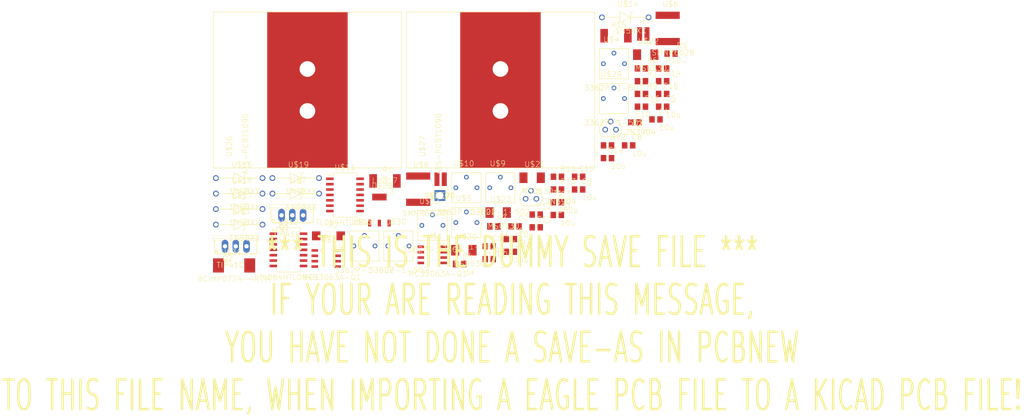
<source format=kicad_pcb>
(kicad_pcb (version 20171130) (host pcbnew "(5.1.8)-1")

  (general
    (thickness 1.6)
    (drawings 1)
    (tracks 0)
    (zones 0)
    (modules 68)
    (nets 61)
  )

  (page A4)
  (layers
    (0 F.Cu signal)
    (31 B.Cu signal)
    (32 B.Adhes user)
    (33 F.Adhes user)
    (34 B.Paste user)
    (35 F.Paste user)
    (36 B.SilkS user)
    (37 F.SilkS user)
    (38 B.Mask user)
    (39 F.Mask user)
    (40 Dwgs.User user)
    (41 Cmts.User user)
    (42 Eco1.User user)
    (43 Eco2.User user)
    (44 Edge.Cuts user)
    (45 Margin user)
    (46 B.CrtYd user)
    (47 F.CrtYd user)
    (48 B.Fab user)
    (49 F.Fab user)
  )

  (setup
    (last_trace_width 0.25)
    (trace_clearance 0.2)
    (zone_clearance 0.508)
    (zone_45_only no)
    (trace_min 0.2)
    (via_size 0.6)
    (via_drill 0.4)
    (via_min_size 0.4)
    (via_min_drill 0.3)
    (uvia_size 0.3)
    (uvia_drill 0.1)
    (uvias_allowed no)
    (uvia_min_size 0.2)
    (uvia_min_drill 0.1)
    (edge_width 0.15)
    (segment_width 0.2)
    (pcb_text_width 0.3)
    (pcb_text_size 1.5 1.5)
    (mod_edge_width 0.15)
    (mod_text_size 1 1)
    (mod_text_width 0.15)
    (pad_size 1.524 1.524)
    (pad_drill 0.762)
    (pad_to_mask_clearance 0.2)
    (aux_axis_origin 0 0)
    (visible_elements 7FFFFFFF)
    (pcbplotparams
      (layerselection 0x00030_80000001)
      (usegerberextensions false)
      (usegerberattributes true)
      (usegerberadvancedattributes true)
      (creategerberjobfile true)
      (excludeedgelayer true)
      (linewidth 0.100000)
      (plotframeref false)
      (viasonmask false)
      (mode 1)
      (useauxorigin false)
      (hpglpennumber 1)
      (hpglpenspeed 20)
      (hpglpendiameter 15.000000)
      (psnegative false)
      (psa4output false)
      (plotreference true)
      (plotvalue true)
      (plotinvisibletext false)
      (padsonsilk false)
      (subtractmaskfromsilk false)
      (outputformat 1)
      (mirror false)
      (drillshape 1)
      (scaleselection 1)
      (outputdirectory ""))
  )

  (net 0 "")
  (net 1 SGP)
  (net 2 /N$3)
  (net 3 /5V)
  (net 4 /N$6)
  (net 5 /PG3)
  (net 6 /PREG)
  (net 7 /N$9)
  (net 8 PGP)
  (net 9 /N$18)
  (net 10 /VIN)
  (net 11 /N$12)
  (net 12 /AD)
  (net 13 /N$14)
  (net 14 /N$15)
  (net 15 ACGP)
  (net 16 /IREAD)
  (net 17 /VREAD)
  (net 18 /VGG)
  (net 19 /VCC)
  (net 20 /V3)
  (net 21 DGP)
  (net 22 /N$19)
  (net 23 /N$10)
  (net 24 /N$21)
  (net 25 /N$2)
  (net 26 /N$5)
  (net 27 /N$11)
  (net 28 /OUTP)
  (net 29 /OUTN)
  (net 30 /N$13)
  (net 31 /VR)
  (net 32 /N$16)
  (net 33 /VI)
  (net 34 /ISENSE)
  (net 35 /N$8)
  (net 36 /N$17)
  (net 37 /N$20)
  (net 38 /N$24)
  (net 39 "Net-(U$1-PadP$5)")
  (net 40 /N$1)
  (net 41 /N$7)
  (net 42 "Net-(U$2-PadP$5)")
  (net 43 /FB5)
  (net 44 "Net-(U$4-PadP$1)")
  (net 45 "Net-(U$5-PadP$1)")
  (net 46 "Net-(U$9-PadP$1)")
  (net 47 /FB3)
  (net 48 "Net-(U$10-PadP$1)")
  (net 49 /ISET)
  (net 50 /VSET)
  (net 51 "Net-(U$12-Pad8)")
  (net 52 "Net-(U$12-Pad9)")
  (net 53 "Net-(U$12-Pad10)")
  (net 54 "Net-(U$13-PadP$1)")
  (net 55 "Net-(U$15-PadP$1)")
  (net 56 /VREF)
  (net 57 "Net-(U$29-PadP$3)")
  (net 58 /N$22)
  (net 59 "Net-(U$30-PadP$3)")
  (net 60 /GND)

  (net_class Default "This is the default net class."
    (clearance 0.2)
    (trace_width 0.25)
    (via_dia 0.6)
    (via_drill 0.4)
    (uvia_dia 0.3)
    (uvia_drill 0.1)
    (add_net /5V)
    (add_net /AD)
    (add_net /FB3)
    (add_net /FB5)
    (add_net /GND)
    (add_net /IREAD)
    (add_net /ISENSE)
    (add_net /ISET)
    (add_net /N$1)
    (add_net /N$10)
    (add_net /N$11)
    (add_net /N$12)
    (add_net /N$13)
    (add_net /N$14)
    (add_net /N$15)
    (add_net /N$16)
    (add_net /N$17)
    (add_net /N$18)
    (add_net /N$19)
    (add_net /N$2)
    (add_net /N$20)
    (add_net /N$21)
    (add_net /N$22)
    (add_net /N$24)
    (add_net /N$3)
    (add_net /N$5)
    (add_net /N$6)
    (add_net /N$7)
    (add_net /N$8)
    (add_net /N$9)
    (add_net /OUTN)
    (add_net /OUTP)
    (add_net /PG3)
    (add_net /PREG)
    (add_net /V3)
    (add_net /VCC)
    (add_net /VGG)
    (add_net /VI)
    (add_net /VIN)
    (add_net /VR)
    (add_net /VREAD)
    (add_net /VREF)
    (add_net /VSET)
    (add_net ACGP)
    (add_net DGP)
    (add_net "Net-(U$1-PadP$5)")
    (add_net "Net-(U$10-PadP$1)")
    (add_net "Net-(U$12-Pad10)")
    (add_net "Net-(U$12-Pad8)")
    (add_net "Net-(U$12-Pad9)")
    (add_net "Net-(U$13-PadP$1)")
    (add_net "Net-(U$15-PadP$1)")
    (add_net "Net-(U$2-PadP$5)")
    (add_net "Net-(U$29-PadP$3)")
    (add_net "Net-(U$30-PadP$3)")
    (add_net "Net-(U$4-PadP$1)")
    (add_net "Net-(U$5-PadP$1)")
    (add_net "Net-(U$9-PadP$1)")
    (add_net PGP)
    (add_net SGP)
  )

  (module RCL_C0805 (layer F.Cu) (tedit 200000) (tstamp 6022092A)
    (at 140.136441 74.448381)
    (descr CAPACITOR)
    (tags CAPACITOR)
    (path /60218F61)
    (attr smd)
    (fp_text reference C1 (at 1.905 -1.905) (layer F.SilkS)
      (effects (font (size 1.27 1.27) (thickness 0.1016)))
    )
    (fp_text value 1100p (at 2.54 1.905) (layer F.SilkS)
      (effects (font (size 1.27 1.27) (thickness 0.1016)))
    )
    (fp_line (start 1.97104 -0.98298) (end 1.97104 0.98298) (layer Dwgs.User) (width 0.0508))
    (fp_line (start -0.3556 0.65786) (end 0.381 0.65786) (layer Dwgs.User) (width 0.1016))
    (fp_line (start -0.381 -0.65786) (end 0.381 -0.65786) (layer Dwgs.User) (width 0.1016))
    (fp_line (start -1.97104 0.98298) (end -1.97104 -0.98298) (layer Dwgs.User) (width 0.0508))
    (fp_line (start 1.97104 0.98298) (end -1.97104 0.98298) (layer Dwgs.User) (width 0.0508))
    (fp_line (start -1.97104 -0.98298) (end 1.97104 -0.98298) (layer Dwgs.User) (width 0.0508))
    (fp_line (start -0.09906 0.39878) (end -0.09906 -0.39878) (layer F.SilkS) (width 0.06604))
    (fp_line (start -0.09906 -0.39878) (end 0.09906 -0.39878) (layer F.SilkS) (width 0.06604))
    (fp_line (start 0.09906 0.39878) (end 0.09906 -0.39878) (layer F.SilkS) (width 0.06604))
    (fp_line (start -0.09906 0.39878) (end 0.09906 0.39878) (layer F.SilkS) (width 0.06604))
    (fp_line (start 0.3556 0.7239) (end 0.3556 -0.7239) (layer Dwgs.User) (width 0.06604))
    (fp_line (start 0.3556 -0.7239) (end 1.1049 -0.7239) (layer Dwgs.User) (width 0.06604))
    (fp_line (start 1.1049 0.7239) (end 1.1049 -0.7239) (layer Dwgs.User) (width 0.06604))
    (fp_line (start 0.3556 0.7239) (end 1.1049 0.7239) (layer Dwgs.User) (width 0.06604))
    (fp_line (start -1.08966 0.7239) (end -1.08966 -0.7239) (layer Dwgs.User) (width 0.06604))
    (fp_line (start -1.08966 -0.7239) (end -0.34036 -0.7239) (layer Dwgs.User) (width 0.06604))
    (fp_line (start -0.34036 0.7239) (end -0.34036 -0.7239) (layer Dwgs.User) (width 0.06604))
    (fp_line (start -1.08966 0.7239) (end -0.34036 0.7239) (layer Dwgs.User) (width 0.06604))
    (pad 2 smd rect (at 0.94996 0) (size 1.29794 1.4986) (layers F.Cu F.Paste F.Mask)
      (net 1 SGP))
    (pad 1 smd rect (at -0.94996 0) (size 1.29794 1.4986) (layers F.Cu F.Paste F.Mask)
      (net 2 /N$3))
  )

  (module RCL_C0805 (layer F.Cu) (tedit 200000) (tstamp 60220942)
    (at 146.236441 69.718381)
    (descr CAPACITOR)
    (tags CAPACITOR)
    (path /60219029)
    (attr smd)
    (fp_text reference C2 (at 1.905 -1.905) (layer F.SilkS)
      (effects (font (size 1.27 1.27) (thickness 0.1016)))
    )
    (fp_text value 10u (at 2.54 1.905) (layer F.SilkS)
      (effects (font (size 1.27 1.27) (thickness 0.1016)))
    )
    (fp_line (start -1.08966 0.7239) (end -0.34036 0.7239) (layer Dwgs.User) (width 0.06604))
    (fp_line (start -0.34036 0.7239) (end -0.34036 -0.7239) (layer Dwgs.User) (width 0.06604))
    (fp_line (start -1.08966 -0.7239) (end -0.34036 -0.7239) (layer Dwgs.User) (width 0.06604))
    (fp_line (start -1.08966 0.7239) (end -1.08966 -0.7239) (layer Dwgs.User) (width 0.06604))
    (fp_line (start 0.3556 0.7239) (end 1.1049 0.7239) (layer Dwgs.User) (width 0.06604))
    (fp_line (start 1.1049 0.7239) (end 1.1049 -0.7239) (layer Dwgs.User) (width 0.06604))
    (fp_line (start 0.3556 -0.7239) (end 1.1049 -0.7239) (layer Dwgs.User) (width 0.06604))
    (fp_line (start 0.3556 0.7239) (end 0.3556 -0.7239) (layer Dwgs.User) (width 0.06604))
    (fp_line (start -0.09906 0.39878) (end 0.09906 0.39878) (layer F.SilkS) (width 0.06604))
    (fp_line (start 0.09906 0.39878) (end 0.09906 -0.39878) (layer F.SilkS) (width 0.06604))
    (fp_line (start -0.09906 -0.39878) (end 0.09906 -0.39878) (layer F.SilkS) (width 0.06604))
    (fp_line (start -0.09906 0.39878) (end -0.09906 -0.39878) (layer F.SilkS) (width 0.06604))
    (fp_line (start -1.97104 -0.98298) (end 1.97104 -0.98298) (layer Dwgs.User) (width 0.0508))
    (fp_line (start 1.97104 0.98298) (end -1.97104 0.98298) (layer Dwgs.User) (width 0.0508))
    (fp_line (start -1.97104 0.98298) (end -1.97104 -0.98298) (layer Dwgs.User) (width 0.0508))
    (fp_line (start -0.381 -0.65786) (end 0.381 -0.65786) (layer Dwgs.User) (width 0.1016))
    (fp_line (start -0.3556 0.65786) (end 0.381 0.65786) (layer Dwgs.User) (width 0.1016))
    (fp_line (start 1.97104 -0.98298) (end 1.97104 0.98298) (layer Dwgs.User) (width 0.0508))
    (pad 1 smd rect (at -0.94996 0) (size 1.29794 1.4986) (layers F.Cu F.Paste F.Mask)
      (net 3 /5V))
    (pad 2 smd rect (at 0.94996 0) (size 1.29794 1.4986) (layers F.Cu F.Paste F.Mask)
      (net 1 SGP))
  )

  (module RCL_C0805 (layer F.Cu) (tedit 200000) (tstamp 6022095A)
    (at 156.216441 64.028381)
    (descr CAPACITOR)
    (tags CAPACITOR)
    (path /602190F1)
    (attr smd)
    (fp_text reference C3 (at 1.905 -1.905) (layer F.SilkS)
      (effects (font (size 1.27 1.27) (thickness 0.1016)))
    )
    (fp_text value 150p (at 2.54 1.905) (layer F.SilkS)
      (effects (font (size 1.27 1.27) (thickness 0.1016)))
    )
    (fp_line (start -1.08966 0.7239) (end -0.34036 0.7239) (layer Dwgs.User) (width 0.06604))
    (fp_line (start -0.34036 0.7239) (end -0.34036 -0.7239) (layer Dwgs.User) (width 0.06604))
    (fp_line (start -1.08966 -0.7239) (end -0.34036 -0.7239) (layer Dwgs.User) (width 0.06604))
    (fp_line (start -1.08966 0.7239) (end -1.08966 -0.7239) (layer Dwgs.User) (width 0.06604))
    (fp_line (start 0.3556 0.7239) (end 1.1049 0.7239) (layer Dwgs.User) (width 0.06604))
    (fp_line (start 1.1049 0.7239) (end 1.1049 -0.7239) (layer Dwgs.User) (width 0.06604))
    (fp_line (start 0.3556 -0.7239) (end 1.1049 -0.7239) (layer Dwgs.User) (width 0.06604))
    (fp_line (start 0.3556 0.7239) (end 0.3556 -0.7239) (layer Dwgs.User) (width 0.06604))
    (fp_line (start -0.09906 0.39878) (end 0.09906 0.39878) (layer F.SilkS) (width 0.06604))
    (fp_line (start 0.09906 0.39878) (end 0.09906 -0.39878) (layer F.SilkS) (width 0.06604))
    (fp_line (start -0.09906 -0.39878) (end 0.09906 -0.39878) (layer F.SilkS) (width 0.06604))
    (fp_line (start -0.09906 0.39878) (end -0.09906 -0.39878) (layer F.SilkS) (width 0.06604))
    (fp_line (start -1.97104 -0.98298) (end 1.97104 -0.98298) (layer Dwgs.User) (width 0.0508))
    (fp_line (start 1.97104 0.98298) (end -1.97104 0.98298) (layer Dwgs.User) (width 0.0508))
    (fp_line (start -1.97104 0.98298) (end -1.97104 -0.98298) (layer Dwgs.User) (width 0.0508))
    (fp_line (start -0.381 -0.65786) (end 0.381 -0.65786) (layer Dwgs.User) (width 0.1016))
    (fp_line (start -0.3556 0.65786) (end 0.381 0.65786) (layer Dwgs.User) (width 0.1016))
    (fp_line (start 1.97104 -0.98298) (end 1.97104 0.98298) (layer Dwgs.User) (width 0.0508))
    (pad 1 smd rect (at -0.94996 0) (size 1.29794 1.4986) (layers F.Cu F.Paste F.Mask)
      (net 4 /N$6))
    (pad 2 smd rect (at 0.94996 0) (size 1.29794 1.4986) (layers F.Cu F.Paste F.Mask)
      (net 1 SGP))
  )

  (module RCL_C0805 (layer F.Cu) (tedit 200000) (tstamp 60220972)
    (at 179.506441 44.478381)
    (descr CAPACITOR)
    (tags CAPACITOR)
    (path /602191B9)
    (attr smd)
    (fp_text reference C4 (at 1.905 -1.905) (layer F.SilkS)
      (effects (font (size 1.27 1.27) (thickness 0.1016)))
    )
    (fp_text value 10u (at 2.54 1.905) (layer F.SilkS)
      (effects (font (size 1.27 1.27) (thickness 0.1016)))
    )
    (fp_line (start 1.97104 -0.98298) (end 1.97104 0.98298) (layer Dwgs.User) (width 0.0508))
    (fp_line (start -0.3556 0.65786) (end 0.381 0.65786) (layer Dwgs.User) (width 0.1016))
    (fp_line (start -0.381 -0.65786) (end 0.381 -0.65786) (layer Dwgs.User) (width 0.1016))
    (fp_line (start -1.97104 0.98298) (end -1.97104 -0.98298) (layer Dwgs.User) (width 0.0508))
    (fp_line (start 1.97104 0.98298) (end -1.97104 0.98298) (layer Dwgs.User) (width 0.0508))
    (fp_line (start -1.97104 -0.98298) (end 1.97104 -0.98298) (layer Dwgs.User) (width 0.0508))
    (fp_line (start -0.09906 0.39878) (end -0.09906 -0.39878) (layer F.SilkS) (width 0.06604))
    (fp_line (start -0.09906 -0.39878) (end 0.09906 -0.39878) (layer F.SilkS) (width 0.06604))
    (fp_line (start 0.09906 0.39878) (end 0.09906 -0.39878) (layer F.SilkS) (width 0.06604))
    (fp_line (start -0.09906 0.39878) (end 0.09906 0.39878) (layer F.SilkS) (width 0.06604))
    (fp_line (start 0.3556 0.7239) (end 0.3556 -0.7239) (layer Dwgs.User) (width 0.06604))
    (fp_line (start 0.3556 -0.7239) (end 1.1049 -0.7239) (layer Dwgs.User) (width 0.06604))
    (fp_line (start 1.1049 0.7239) (end 1.1049 -0.7239) (layer Dwgs.User) (width 0.06604))
    (fp_line (start 0.3556 0.7239) (end 1.1049 0.7239) (layer Dwgs.User) (width 0.06604))
    (fp_line (start -1.08966 0.7239) (end -1.08966 -0.7239) (layer Dwgs.User) (width 0.06604))
    (fp_line (start -1.08966 -0.7239) (end -0.34036 -0.7239) (layer Dwgs.User) (width 0.06604))
    (fp_line (start -0.34036 0.7239) (end -0.34036 -0.7239) (layer Dwgs.User) (width 0.06604))
    (fp_line (start -1.08966 0.7239) (end -0.34036 0.7239) (layer Dwgs.User) (width 0.06604))
    (pad 2 smd rect (at 0.94996 0) (size 1.29794 1.4986) (layers F.Cu F.Paste F.Mask)
      (net 1 SGP))
    (pad 1 smd rect (at -0.94996 0) (size 1.29794 1.4986) (layers F.Cu F.Paste F.Mask)
      (net 5 /PG3))
  )

  (module RCL_C0805 (layer F.Cu) (tedit 200000) (tstamp 6022098A)
    (at 181.076441 41.468381)
    (descr CAPACITOR)
    (tags CAPACITOR)
    (path /60219281)
    (attr smd)
    (fp_text reference C5 (at 1.905 -1.905) (layer F.SilkS)
      (effects (font (size 1.27 1.27) (thickness 0.1016)))
    )
    (fp_text value 10u (at 2.54 1.905) (layer F.SilkS)
      (effects (font (size 1.27 1.27) (thickness 0.1016)))
    )
    (fp_line (start 1.97104 -0.98298) (end 1.97104 0.98298) (layer Dwgs.User) (width 0.0508))
    (fp_line (start -0.3556 0.65786) (end 0.381 0.65786) (layer Dwgs.User) (width 0.1016))
    (fp_line (start -0.381 -0.65786) (end 0.381 -0.65786) (layer Dwgs.User) (width 0.1016))
    (fp_line (start -1.97104 0.98298) (end -1.97104 -0.98298) (layer Dwgs.User) (width 0.0508))
    (fp_line (start 1.97104 0.98298) (end -1.97104 0.98298) (layer Dwgs.User) (width 0.0508))
    (fp_line (start -1.97104 -0.98298) (end 1.97104 -0.98298) (layer Dwgs.User) (width 0.0508))
    (fp_line (start -0.09906 0.39878) (end -0.09906 -0.39878) (layer F.SilkS) (width 0.06604))
    (fp_line (start -0.09906 -0.39878) (end 0.09906 -0.39878) (layer F.SilkS) (width 0.06604))
    (fp_line (start 0.09906 0.39878) (end 0.09906 -0.39878) (layer F.SilkS) (width 0.06604))
    (fp_line (start -0.09906 0.39878) (end 0.09906 0.39878) (layer F.SilkS) (width 0.06604))
    (fp_line (start 0.3556 0.7239) (end 0.3556 -0.7239) (layer Dwgs.User) (width 0.06604))
    (fp_line (start 0.3556 -0.7239) (end 1.1049 -0.7239) (layer Dwgs.User) (width 0.06604))
    (fp_line (start 1.1049 0.7239) (end 1.1049 -0.7239) (layer Dwgs.User) (width 0.06604))
    (fp_line (start 0.3556 0.7239) (end 1.1049 0.7239) (layer Dwgs.User) (width 0.06604))
    (fp_line (start -1.08966 0.7239) (end -1.08966 -0.7239) (layer Dwgs.User) (width 0.06604))
    (fp_line (start -1.08966 -0.7239) (end -0.34036 -0.7239) (layer Dwgs.User) (width 0.06604))
    (fp_line (start -0.34036 0.7239) (end -0.34036 -0.7239) (layer Dwgs.User) (width 0.06604))
    (fp_line (start -1.08966 0.7239) (end -0.34036 0.7239) (layer Dwgs.User) (width 0.06604))
    (pad 2 smd rect (at 0.94996 0) (size 1.29794 1.4986) (layers F.Cu F.Paste F.Mask)
      (net 1 SGP))
    (pad 1 smd rect (at -0.94996 0) (size 1.29794 1.4986) (layers F.Cu F.Paste F.Mask)
      (net 6 /PREG))
  )

  (module RCL_C0805 (layer F.Cu) (tedit 200000) (tstamp 602209A2)
    (at 161.246441 61.018381)
    (descr CAPACITOR)
    (tags CAPACITOR)
    (path /60219349)
    (attr smd)
    (fp_text reference C6 (at 1.905 -1.905) (layer F.SilkS)
      (effects (font (size 1.27 1.27) (thickness 0.1016)))
    )
    (fp_text value 10u (at 2.54 1.905) (layer F.SilkS)
      (effects (font (size 1.27 1.27) (thickness 0.1016)))
    )
    (fp_line (start -1.08966 0.7239) (end -0.34036 0.7239) (layer Dwgs.User) (width 0.06604))
    (fp_line (start -0.34036 0.7239) (end -0.34036 -0.7239) (layer Dwgs.User) (width 0.06604))
    (fp_line (start -1.08966 -0.7239) (end -0.34036 -0.7239) (layer Dwgs.User) (width 0.06604))
    (fp_line (start -1.08966 0.7239) (end -1.08966 -0.7239) (layer Dwgs.User) (width 0.06604))
    (fp_line (start 0.3556 0.7239) (end 1.1049 0.7239) (layer Dwgs.User) (width 0.06604))
    (fp_line (start 1.1049 0.7239) (end 1.1049 -0.7239) (layer Dwgs.User) (width 0.06604))
    (fp_line (start 0.3556 -0.7239) (end 1.1049 -0.7239) (layer Dwgs.User) (width 0.06604))
    (fp_line (start 0.3556 0.7239) (end 0.3556 -0.7239) (layer Dwgs.User) (width 0.06604))
    (fp_line (start -0.09906 0.39878) (end 0.09906 0.39878) (layer F.SilkS) (width 0.06604))
    (fp_line (start 0.09906 0.39878) (end 0.09906 -0.39878) (layer F.SilkS) (width 0.06604))
    (fp_line (start -0.09906 -0.39878) (end 0.09906 -0.39878) (layer F.SilkS) (width 0.06604))
    (fp_line (start -0.09906 0.39878) (end -0.09906 -0.39878) (layer F.SilkS) (width 0.06604))
    (fp_line (start -1.97104 -0.98298) (end 1.97104 -0.98298) (layer Dwgs.User) (width 0.0508))
    (fp_line (start 1.97104 0.98298) (end -1.97104 0.98298) (layer Dwgs.User) (width 0.0508))
    (fp_line (start -1.97104 0.98298) (end -1.97104 -0.98298) (layer Dwgs.User) (width 0.0508))
    (fp_line (start -0.381 -0.65786) (end 0.381 -0.65786) (layer Dwgs.User) (width 0.1016))
    (fp_line (start -0.3556 0.65786) (end 0.381 0.65786) (layer Dwgs.User) (width 0.1016))
    (fp_line (start 1.97104 -0.98298) (end 1.97104 0.98298) (layer Dwgs.User) (width 0.0508))
    (pad 1 smd rect (at -0.94996 0) (size 1.29794 1.4986) (layers F.Cu F.Paste F.Mask)
      (net 7 /N$9))
    (pad 2 smd rect (at 0.94996 0) (size 1.29794 1.4986) (layers F.Cu F.Paste F.Mask)
      (net 8 PGP))
  )

  (module RCL_C0805 (layer F.Cu) (tedit 200000) (tstamp 602209BA)
    (at 156.216441 67.038381)
    (descr CAPACITOR)
    (tags CAPACITOR)
    (path /60219411)
    (attr smd)
    (fp_text reference C7 (at 1.905 -1.905) (layer F.SilkS)
      (effects (font (size 1.27 1.27) (thickness 0.1016)))
    )
    (fp_text value 10u (at 2.54 1.905) (layer F.SilkS)
      (effects (font (size 1.27 1.27) (thickness 0.1016)))
    )
    (fp_line (start 1.97104 -0.98298) (end 1.97104 0.98298) (layer Dwgs.User) (width 0.0508))
    (fp_line (start -0.3556 0.65786) (end 0.381 0.65786) (layer Dwgs.User) (width 0.1016))
    (fp_line (start -0.381 -0.65786) (end 0.381 -0.65786) (layer Dwgs.User) (width 0.1016))
    (fp_line (start -1.97104 0.98298) (end -1.97104 -0.98298) (layer Dwgs.User) (width 0.0508))
    (fp_line (start 1.97104 0.98298) (end -1.97104 0.98298) (layer Dwgs.User) (width 0.0508))
    (fp_line (start -1.97104 -0.98298) (end 1.97104 -0.98298) (layer Dwgs.User) (width 0.0508))
    (fp_line (start -0.09906 0.39878) (end -0.09906 -0.39878) (layer F.SilkS) (width 0.06604))
    (fp_line (start -0.09906 -0.39878) (end 0.09906 -0.39878) (layer F.SilkS) (width 0.06604))
    (fp_line (start 0.09906 0.39878) (end 0.09906 -0.39878) (layer F.SilkS) (width 0.06604))
    (fp_line (start -0.09906 0.39878) (end 0.09906 0.39878) (layer F.SilkS) (width 0.06604))
    (fp_line (start 0.3556 0.7239) (end 0.3556 -0.7239) (layer Dwgs.User) (width 0.06604))
    (fp_line (start 0.3556 -0.7239) (end 1.1049 -0.7239) (layer Dwgs.User) (width 0.06604))
    (fp_line (start 1.1049 0.7239) (end 1.1049 -0.7239) (layer Dwgs.User) (width 0.06604))
    (fp_line (start 0.3556 0.7239) (end 1.1049 0.7239) (layer Dwgs.User) (width 0.06604))
    (fp_line (start -1.08966 0.7239) (end -1.08966 -0.7239) (layer Dwgs.User) (width 0.06604))
    (fp_line (start -1.08966 -0.7239) (end -0.34036 -0.7239) (layer Dwgs.User) (width 0.06604))
    (fp_line (start -0.34036 0.7239) (end -0.34036 -0.7239) (layer Dwgs.User) (width 0.06604))
    (fp_line (start -1.08966 0.7239) (end -0.34036 0.7239) (layer Dwgs.User) (width 0.06604))
    (pad 2 smd rect (at 0.94996 0) (size 1.29794 1.4986) (layers F.Cu F.Paste F.Mask)
      (net 8 PGP))
    (pad 1 smd rect (at -0.94996 0) (size 1.29794 1.4986) (layers F.Cu F.Paste F.Mask)
      (net 9 /N$18))
  )

  (module RCL_C0805 (layer F.Cu) (tedit 200000) (tstamp 602209D2)
    (at 173.056441 50.608381)
    (descr CAPACITOR)
    (tags CAPACITOR)
    (path /602194D9)
    (attr smd)
    (fp_text reference C8 (at 1.905 -1.905) (layer F.SilkS)
      (effects (font (size 1.27 1.27) (thickness 0.1016)))
    )
    (fp_text value 10u (at 2.54 1.905) (layer F.SilkS)
      (effects (font (size 1.27 1.27) (thickness 0.1016)))
    )
    (fp_line (start -1.08966 0.7239) (end -0.34036 0.7239) (layer Dwgs.User) (width 0.06604))
    (fp_line (start -0.34036 0.7239) (end -0.34036 -0.7239) (layer Dwgs.User) (width 0.06604))
    (fp_line (start -1.08966 -0.7239) (end -0.34036 -0.7239) (layer Dwgs.User) (width 0.06604))
    (fp_line (start -1.08966 0.7239) (end -1.08966 -0.7239) (layer Dwgs.User) (width 0.06604))
    (fp_line (start 0.3556 0.7239) (end 1.1049 0.7239) (layer Dwgs.User) (width 0.06604))
    (fp_line (start 1.1049 0.7239) (end 1.1049 -0.7239) (layer Dwgs.User) (width 0.06604))
    (fp_line (start 0.3556 -0.7239) (end 1.1049 -0.7239) (layer Dwgs.User) (width 0.06604))
    (fp_line (start 0.3556 0.7239) (end 0.3556 -0.7239) (layer Dwgs.User) (width 0.06604))
    (fp_line (start -0.09906 0.39878) (end 0.09906 0.39878) (layer F.SilkS) (width 0.06604))
    (fp_line (start 0.09906 0.39878) (end 0.09906 -0.39878) (layer F.SilkS) (width 0.06604))
    (fp_line (start -0.09906 -0.39878) (end 0.09906 -0.39878) (layer F.SilkS) (width 0.06604))
    (fp_line (start -0.09906 0.39878) (end -0.09906 -0.39878) (layer F.SilkS) (width 0.06604))
    (fp_line (start -1.97104 -0.98298) (end 1.97104 -0.98298) (layer Dwgs.User) (width 0.0508))
    (fp_line (start 1.97104 0.98298) (end -1.97104 0.98298) (layer Dwgs.User) (width 0.0508))
    (fp_line (start -1.97104 0.98298) (end -1.97104 -0.98298) (layer Dwgs.User) (width 0.0508))
    (fp_line (start -0.381 -0.65786) (end 0.381 -0.65786) (layer Dwgs.User) (width 0.1016))
    (fp_line (start -0.3556 0.65786) (end 0.381 0.65786) (layer Dwgs.User) (width 0.1016))
    (fp_line (start 1.97104 -0.98298) (end 1.97104 0.98298) (layer Dwgs.User) (width 0.0508))
    (pad 1 smd rect (at -0.94996 0) (size 1.29794 1.4986) (layers F.Cu F.Paste F.Mask)
      (net 10 /VIN))
    (pad 2 smd rect (at 0.94996 0) (size 1.29794 1.4986) (layers F.Cu F.Paste F.Mask)
      (net 8 PGP))
  )

  (module RCL_C0805 (layer F.Cu) (tedit 200000) (tstamp 602209EA)
    (at 145.126441 72.728381)
    (descr CAPACITOR)
    (tags CAPACITOR)
    (path /602195A1)
    (attr smd)
    (fp_text reference C9 (at 1.905 -1.905) (layer F.SilkS)
      (effects (font (size 1.27 1.27) (thickness 0.1016)))
    )
    (fp_text value ~ (at 2.54 1.905) (layer F.SilkS)
      (effects (font (size 1.27 1.27) (thickness 0.1016)))
    )
    (fp_line (start 1.97104 -0.98298) (end 1.97104 0.98298) (layer Dwgs.User) (width 0.0508))
    (fp_line (start -0.3556 0.65786) (end 0.381 0.65786) (layer Dwgs.User) (width 0.1016))
    (fp_line (start -0.381 -0.65786) (end 0.381 -0.65786) (layer Dwgs.User) (width 0.1016))
    (fp_line (start -1.97104 0.98298) (end -1.97104 -0.98298) (layer Dwgs.User) (width 0.0508))
    (fp_line (start 1.97104 0.98298) (end -1.97104 0.98298) (layer Dwgs.User) (width 0.0508))
    (fp_line (start -1.97104 -0.98298) (end 1.97104 -0.98298) (layer Dwgs.User) (width 0.0508))
    (fp_line (start -0.09906 0.39878) (end -0.09906 -0.39878) (layer F.SilkS) (width 0.06604))
    (fp_line (start -0.09906 -0.39878) (end 0.09906 -0.39878) (layer F.SilkS) (width 0.06604))
    (fp_line (start 0.09906 0.39878) (end 0.09906 -0.39878) (layer F.SilkS) (width 0.06604))
    (fp_line (start -0.09906 0.39878) (end 0.09906 0.39878) (layer F.SilkS) (width 0.06604))
    (fp_line (start 0.3556 0.7239) (end 0.3556 -0.7239) (layer Dwgs.User) (width 0.06604))
    (fp_line (start 0.3556 -0.7239) (end 1.1049 -0.7239) (layer Dwgs.User) (width 0.06604))
    (fp_line (start 1.1049 0.7239) (end 1.1049 -0.7239) (layer Dwgs.User) (width 0.06604))
    (fp_line (start 0.3556 0.7239) (end 1.1049 0.7239) (layer Dwgs.User) (width 0.06604))
    (fp_line (start -1.08966 0.7239) (end -1.08966 -0.7239) (layer Dwgs.User) (width 0.06604))
    (fp_line (start -1.08966 -0.7239) (end -0.34036 -0.7239) (layer Dwgs.User) (width 0.06604))
    (fp_line (start -0.34036 0.7239) (end -0.34036 -0.7239) (layer Dwgs.User) (width 0.06604))
    (fp_line (start -1.08966 0.7239) (end -0.34036 0.7239) (layer Dwgs.User) (width 0.06604))
    (pad 2 smd rect (at 0.94996 0) (size 1.29794 1.4986) (layers F.Cu F.Paste F.Mask)
      (net 11 /N$12))
    (pad 1 smd rect (at -0.94996 0) (size 1.29794 1.4986) (layers F.Cu F.Paste F.Mask)
      (net 12 /AD))
  )

  (module RCL_C0805 (layer F.Cu) (tedit 200000) (tstamp 60220A02)
    (at 174.516441 45.168381)
    (descr CAPACITOR)
    (tags CAPACITOR)
    (path /60219669)
    (attr smd)
    (fp_text reference C10 (at 1.905 -1.905) (layer F.SilkS)
      (effects (font (size 1.27 1.27) (thickness 0.1016)))
    )
    (fp_text value ~ (at 2.54 1.905) (layer F.SilkS)
      (effects (font (size 1.27 1.27) (thickness 0.1016)))
    )
    (fp_line (start -1.08966 0.7239) (end -0.34036 0.7239) (layer Dwgs.User) (width 0.06604))
    (fp_line (start -0.34036 0.7239) (end -0.34036 -0.7239) (layer Dwgs.User) (width 0.06604))
    (fp_line (start -1.08966 -0.7239) (end -0.34036 -0.7239) (layer Dwgs.User) (width 0.06604))
    (fp_line (start -1.08966 0.7239) (end -1.08966 -0.7239) (layer Dwgs.User) (width 0.06604))
    (fp_line (start 0.3556 0.7239) (end 1.1049 0.7239) (layer Dwgs.User) (width 0.06604))
    (fp_line (start 1.1049 0.7239) (end 1.1049 -0.7239) (layer Dwgs.User) (width 0.06604))
    (fp_line (start 0.3556 -0.7239) (end 1.1049 -0.7239) (layer Dwgs.User) (width 0.06604))
    (fp_line (start 0.3556 0.7239) (end 0.3556 -0.7239) (layer Dwgs.User) (width 0.06604))
    (fp_line (start -0.09906 0.39878) (end 0.09906 0.39878) (layer F.SilkS) (width 0.06604))
    (fp_line (start 0.09906 0.39878) (end 0.09906 -0.39878) (layer F.SilkS) (width 0.06604))
    (fp_line (start -0.09906 -0.39878) (end 0.09906 -0.39878) (layer F.SilkS) (width 0.06604))
    (fp_line (start -0.09906 0.39878) (end -0.09906 -0.39878) (layer F.SilkS) (width 0.06604))
    (fp_line (start -1.97104 -0.98298) (end 1.97104 -0.98298) (layer Dwgs.User) (width 0.0508))
    (fp_line (start 1.97104 0.98298) (end -1.97104 0.98298) (layer Dwgs.User) (width 0.0508))
    (fp_line (start -1.97104 0.98298) (end -1.97104 -0.98298) (layer Dwgs.User) (width 0.0508))
    (fp_line (start -0.381 -0.65786) (end 0.381 -0.65786) (layer Dwgs.User) (width 0.1016))
    (fp_line (start -0.3556 0.65786) (end 0.381 0.65786) (layer Dwgs.User) (width 0.1016))
    (fp_line (start 1.97104 -0.98298) (end 1.97104 0.98298) (layer Dwgs.User) (width 0.0508))
    (pad 1 smd rect (at -0.94996 0) (size 1.29794 1.4986) (layers F.Cu F.Paste F.Mask)
      (net 13 /N$14))
    (pad 2 smd rect (at 0.94996 0) (size 1.29794 1.4986) (layers F.Cu F.Paste F.Mask)
      (net 14 /N$15))
  )

  (module RCL_C0805 (layer F.Cu) (tedit 200000) (tstamp 60220A1A)
    (at 151.226441 69.948381)
    (descr CAPACITOR)
    (tags CAPACITOR)
    (path /60219731)
    (attr smd)
    (fp_text reference C11 (at 1.905 -1.905) (layer F.SilkS)
      (effects (font (size 1.27 1.27) (thickness 0.1016)))
    )
    (fp_text value ~ (at 2.54 1.905) (layer F.SilkS)
      (effects (font (size 1.27 1.27) (thickness 0.1016)))
    )
    (fp_line (start 1.97104 -0.98298) (end 1.97104 0.98298) (layer Dwgs.User) (width 0.0508))
    (fp_line (start -0.3556 0.65786) (end 0.381 0.65786) (layer Dwgs.User) (width 0.1016))
    (fp_line (start -0.381 -0.65786) (end 0.381 -0.65786) (layer Dwgs.User) (width 0.1016))
    (fp_line (start -1.97104 0.98298) (end -1.97104 -0.98298) (layer Dwgs.User) (width 0.0508))
    (fp_line (start 1.97104 0.98298) (end -1.97104 0.98298) (layer Dwgs.User) (width 0.0508))
    (fp_line (start -1.97104 -0.98298) (end 1.97104 -0.98298) (layer Dwgs.User) (width 0.0508))
    (fp_line (start -0.09906 0.39878) (end -0.09906 -0.39878) (layer F.SilkS) (width 0.06604))
    (fp_line (start -0.09906 -0.39878) (end 0.09906 -0.39878) (layer F.SilkS) (width 0.06604))
    (fp_line (start 0.09906 0.39878) (end 0.09906 -0.39878) (layer F.SilkS) (width 0.06604))
    (fp_line (start -0.09906 0.39878) (end 0.09906 0.39878) (layer F.SilkS) (width 0.06604))
    (fp_line (start 0.3556 0.7239) (end 0.3556 -0.7239) (layer Dwgs.User) (width 0.06604))
    (fp_line (start 0.3556 -0.7239) (end 1.1049 -0.7239) (layer Dwgs.User) (width 0.06604))
    (fp_line (start 1.1049 0.7239) (end 1.1049 -0.7239) (layer Dwgs.User) (width 0.06604))
    (fp_line (start 0.3556 0.7239) (end 1.1049 0.7239) (layer Dwgs.User) (width 0.06604))
    (fp_line (start -1.08966 0.7239) (end -1.08966 -0.7239) (layer Dwgs.User) (width 0.06604))
    (fp_line (start -1.08966 -0.7239) (end -0.34036 -0.7239) (layer Dwgs.User) (width 0.06604))
    (fp_line (start -0.34036 0.7239) (end -0.34036 -0.7239) (layer Dwgs.User) (width 0.06604))
    (fp_line (start -1.08966 0.7239) (end -0.34036 0.7239) (layer Dwgs.User) (width 0.06604))
    (pad 2 smd rect (at 0.94996 0) (size 1.29794 1.4986) (layers F.Cu F.Paste F.Mask)
      (net 15 ACGP))
    (pad 1 smd rect (at -0.94996 0) (size 1.29794 1.4986) (layers F.Cu F.Paste F.Mask)
      (net 16 /IREAD))
  )

  (module RCL_C0805 (layer F.Cu) (tedit 200000) (tstamp 60220A32)
    (at 151.226441 66.938381)
    (descr CAPACITOR)
    (tags CAPACITOR)
    (path /602197F9)
    (attr smd)
    (fp_text reference C12 (at 1.905 -1.905) (layer F.SilkS)
      (effects (font (size 1.27 1.27) (thickness 0.1016)))
    )
    (fp_text value ~ (at 2.54 1.905) (layer F.SilkS)
      (effects (font (size 1.27 1.27) (thickness 0.1016)))
    )
    (fp_line (start 1.97104 -0.98298) (end 1.97104 0.98298) (layer Dwgs.User) (width 0.0508))
    (fp_line (start -0.3556 0.65786) (end 0.381 0.65786) (layer Dwgs.User) (width 0.1016))
    (fp_line (start -0.381 -0.65786) (end 0.381 -0.65786) (layer Dwgs.User) (width 0.1016))
    (fp_line (start -1.97104 0.98298) (end -1.97104 -0.98298) (layer Dwgs.User) (width 0.0508))
    (fp_line (start 1.97104 0.98298) (end -1.97104 0.98298) (layer Dwgs.User) (width 0.0508))
    (fp_line (start -1.97104 -0.98298) (end 1.97104 -0.98298) (layer Dwgs.User) (width 0.0508))
    (fp_line (start -0.09906 0.39878) (end -0.09906 -0.39878) (layer F.SilkS) (width 0.06604))
    (fp_line (start -0.09906 -0.39878) (end 0.09906 -0.39878) (layer F.SilkS) (width 0.06604))
    (fp_line (start 0.09906 0.39878) (end 0.09906 -0.39878) (layer F.SilkS) (width 0.06604))
    (fp_line (start -0.09906 0.39878) (end 0.09906 0.39878) (layer F.SilkS) (width 0.06604))
    (fp_line (start 0.3556 0.7239) (end 0.3556 -0.7239) (layer Dwgs.User) (width 0.06604))
    (fp_line (start 0.3556 -0.7239) (end 1.1049 -0.7239) (layer Dwgs.User) (width 0.06604))
    (fp_line (start 1.1049 0.7239) (end 1.1049 -0.7239) (layer Dwgs.User) (width 0.06604))
    (fp_line (start 0.3556 0.7239) (end 1.1049 0.7239) (layer Dwgs.User) (width 0.06604))
    (fp_line (start -1.08966 0.7239) (end -1.08966 -0.7239) (layer Dwgs.User) (width 0.06604))
    (fp_line (start -1.08966 -0.7239) (end -0.34036 -0.7239) (layer Dwgs.User) (width 0.06604))
    (fp_line (start -0.34036 0.7239) (end -0.34036 -0.7239) (layer Dwgs.User) (width 0.06604))
    (fp_line (start -1.08966 0.7239) (end -0.34036 0.7239) (layer Dwgs.User) (width 0.06604))
    (pad 2 smd rect (at 0.94996 0) (size 1.29794 1.4986) (layers F.Cu F.Paste F.Mask)
      (net 15 ACGP))
    (pad 1 smd rect (at -0.94996 0) (size 1.29794 1.4986) (layers F.Cu F.Paste F.Mask)
      (net 17 /VREAD))
  )

  (module RCL_C0805 (layer F.Cu) (tedit 200000) (tstamp 60220A4A)
    (at 145.126441 75.738381)
    (descr CAPACITOR)
    (tags CAPACITOR)
    (path /602198C1)
    (attr smd)
    (fp_text reference C13 (at 1.905 -1.905) (layer F.SilkS)
      (effects (font (size 1.27 1.27) (thickness 0.1016)))
    )
    (fp_text value 10u (at 2.54 1.905) (layer F.SilkS)
      (effects (font (size 1.27 1.27) (thickness 0.1016)))
    )
    (fp_line (start -1.08966 0.7239) (end -0.34036 0.7239) (layer Dwgs.User) (width 0.06604))
    (fp_line (start -0.34036 0.7239) (end -0.34036 -0.7239) (layer Dwgs.User) (width 0.06604))
    (fp_line (start -1.08966 -0.7239) (end -0.34036 -0.7239) (layer Dwgs.User) (width 0.06604))
    (fp_line (start -1.08966 0.7239) (end -1.08966 -0.7239) (layer Dwgs.User) (width 0.06604))
    (fp_line (start 0.3556 0.7239) (end 1.1049 0.7239) (layer Dwgs.User) (width 0.06604))
    (fp_line (start 1.1049 0.7239) (end 1.1049 -0.7239) (layer Dwgs.User) (width 0.06604))
    (fp_line (start 0.3556 -0.7239) (end 1.1049 -0.7239) (layer Dwgs.User) (width 0.06604))
    (fp_line (start 0.3556 0.7239) (end 0.3556 -0.7239) (layer Dwgs.User) (width 0.06604))
    (fp_line (start -0.09906 0.39878) (end 0.09906 0.39878) (layer F.SilkS) (width 0.06604))
    (fp_line (start 0.09906 0.39878) (end 0.09906 -0.39878) (layer F.SilkS) (width 0.06604))
    (fp_line (start -0.09906 -0.39878) (end 0.09906 -0.39878) (layer F.SilkS) (width 0.06604))
    (fp_line (start -0.09906 0.39878) (end -0.09906 -0.39878) (layer F.SilkS) (width 0.06604))
    (fp_line (start -1.97104 -0.98298) (end 1.97104 -0.98298) (layer Dwgs.User) (width 0.0508))
    (fp_line (start 1.97104 0.98298) (end -1.97104 0.98298) (layer Dwgs.User) (width 0.0508))
    (fp_line (start -1.97104 0.98298) (end -1.97104 -0.98298) (layer Dwgs.User) (width 0.0508))
    (fp_line (start -0.381 -0.65786) (end 0.381 -0.65786) (layer Dwgs.User) (width 0.1016))
    (fp_line (start -0.3556 0.65786) (end 0.381 0.65786) (layer Dwgs.User) (width 0.1016))
    (fp_line (start 1.97104 -0.98298) (end 1.97104 0.98298) (layer Dwgs.User) (width 0.0508))
    (pad 1 smd rect (at -0.94996 0) (size 1.29794 1.4986) (layers F.Cu F.Paste F.Mask)
      (net 18 /VGG))
    (pad 2 smd rect (at 0.94996 0) (size 1.29794 1.4986) (layers F.Cu F.Paste F.Mask)
      (net 15 ACGP))
  )

  (module RCL_C0805 (layer F.Cu) (tedit 200000) (tstamp 60220A62)
    (at 168.066441 53.618381)
    (descr CAPACITOR)
    (tags CAPACITOR)
    (path /60219989)
    (attr smd)
    (fp_text reference C14 (at 1.905 -1.905) (layer F.SilkS)
      (effects (font (size 1.27 1.27) (thickness 0.1016)))
    )
    (fp_text value 10u (at 2.54 1.905) (layer F.SilkS)
      (effects (font (size 1.27 1.27) (thickness 0.1016)))
    )
    (fp_line (start 1.97104 -0.98298) (end 1.97104 0.98298) (layer Dwgs.User) (width 0.0508))
    (fp_line (start -0.3556 0.65786) (end 0.381 0.65786) (layer Dwgs.User) (width 0.1016))
    (fp_line (start -0.381 -0.65786) (end 0.381 -0.65786) (layer Dwgs.User) (width 0.1016))
    (fp_line (start -1.97104 0.98298) (end -1.97104 -0.98298) (layer Dwgs.User) (width 0.0508))
    (fp_line (start 1.97104 0.98298) (end -1.97104 0.98298) (layer Dwgs.User) (width 0.0508))
    (fp_line (start -1.97104 -0.98298) (end 1.97104 -0.98298) (layer Dwgs.User) (width 0.0508))
    (fp_line (start -0.09906 0.39878) (end -0.09906 -0.39878) (layer F.SilkS) (width 0.06604))
    (fp_line (start -0.09906 -0.39878) (end 0.09906 -0.39878) (layer F.SilkS) (width 0.06604))
    (fp_line (start 0.09906 0.39878) (end 0.09906 -0.39878) (layer F.SilkS) (width 0.06604))
    (fp_line (start -0.09906 0.39878) (end 0.09906 0.39878) (layer F.SilkS) (width 0.06604))
    (fp_line (start 0.3556 0.7239) (end 0.3556 -0.7239) (layer Dwgs.User) (width 0.06604))
    (fp_line (start 0.3556 -0.7239) (end 1.1049 -0.7239) (layer Dwgs.User) (width 0.06604))
    (fp_line (start 1.1049 0.7239) (end 1.1049 -0.7239) (layer Dwgs.User) (width 0.06604))
    (fp_line (start 0.3556 0.7239) (end 1.1049 0.7239) (layer Dwgs.User) (width 0.06604))
    (fp_line (start -1.08966 0.7239) (end -1.08966 -0.7239) (layer Dwgs.User) (width 0.06604))
    (fp_line (start -1.08966 -0.7239) (end -0.34036 -0.7239) (layer Dwgs.User) (width 0.06604))
    (fp_line (start -0.34036 0.7239) (end -0.34036 -0.7239) (layer Dwgs.User) (width 0.06604))
    (fp_line (start -1.08966 0.7239) (end -0.34036 0.7239) (layer Dwgs.User) (width 0.06604))
    (pad 2 smd rect (at 0.94996 0) (size 1.29794 1.4986) (layers F.Cu F.Paste F.Mask)
      (net 15 ACGP))
    (pad 1 smd rect (at -0.94996 0) (size 1.29794 1.4986) (layers F.Cu F.Paste F.Mask)
      (net 19 /VCC))
  )

  (module RCL_C0805 (layer F.Cu) (tedit 200000) (tstamp 60220A7A)
    (at 161.246441 58.008381)
    (descr CAPACITOR)
    (tags CAPACITOR)
    (path /60219A51)
    (attr smd)
    (fp_text reference C15 (at 1.905 -1.905) (layer F.SilkS)
      (effects (font (size 1.27 1.27) (thickness 0.1016)))
    )
    (fp_text value ~ (at 2.54 1.905) (layer F.SilkS)
      (effects (font (size 1.27 1.27) (thickness 0.1016)))
    )
    (fp_line (start -1.08966 0.7239) (end -0.34036 0.7239) (layer Dwgs.User) (width 0.06604))
    (fp_line (start -0.34036 0.7239) (end -0.34036 -0.7239) (layer Dwgs.User) (width 0.06604))
    (fp_line (start -1.08966 -0.7239) (end -0.34036 -0.7239) (layer Dwgs.User) (width 0.06604))
    (fp_line (start -1.08966 0.7239) (end -1.08966 -0.7239) (layer Dwgs.User) (width 0.06604))
    (fp_line (start 0.3556 0.7239) (end 1.1049 0.7239) (layer Dwgs.User) (width 0.06604))
    (fp_line (start 1.1049 0.7239) (end 1.1049 -0.7239) (layer Dwgs.User) (width 0.06604))
    (fp_line (start 0.3556 -0.7239) (end 1.1049 -0.7239) (layer Dwgs.User) (width 0.06604))
    (fp_line (start 0.3556 0.7239) (end 0.3556 -0.7239) (layer Dwgs.User) (width 0.06604))
    (fp_line (start -0.09906 0.39878) (end 0.09906 0.39878) (layer F.SilkS) (width 0.06604))
    (fp_line (start 0.09906 0.39878) (end 0.09906 -0.39878) (layer F.SilkS) (width 0.06604))
    (fp_line (start -0.09906 -0.39878) (end 0.09906 -0.39878) (layer F.SilkS) (width 0.06604))
    (fp_line (start -0.09906 0.39878) (end -0.09906 -0.39878) (layer F.SilkS) (width 0.06604))
    (fp_line (start -1.97104 -0.98298) (end 1.97104 -0.98298) (layer Dwgs.User) (width 0.0508))
    (fp_line (start 1.97104 0.98298) (end -1.97104 0.98298) (layer Dwgs.User) (width 0.0508))
    (fp_line (start -1.97104 0.98298) (end -1.97104 -0.98298) (layer Dwgs.User) (width 0.0508))
    (fp_line (start -0.381 -0.65786) (end 0.381 -0.65786) (layer Dwgs.User) (width 0.1016))
    (fp_line (start -0.3556 0.65786) (end 0.381 0.65786) (layer Dwgs.User) (width 0.1016))
    (fp_line (start 1.97104 -0.98298) (end 1.97104 0.98298) (layer Dwgs.User) (width 0.0508))
    (pad 1 smd rect (at -0.94996 0) (size 1.29794 1.4986) (layers F.Cu F.Paste F.Mask)
      (net 20 /V3))
    (pad 2 smd rect (at 0.94996 0) (size 1.29794 1.4986) (layers F.Cu F.Paste F.Mask)
      (net 21 DGP))
  )

  (module RCL_C0805 (layer F.Cu) (tedit 200000) (tstamp 60220A92)
    (at 181.076441 38.458381)
    (descr CAPACITOR)
    (tags CAPACITOR)
    (path /60219B19)
    (attr smd)
    (fp_text reference C16 (at 1.905 -1.905) (layer F.SilkS)
      (effects (font (size 1.27 1.27) (thickness 0.1016)))
    )
    (fp_text value ~ (at 2.54 1.905) (layer F.SilkS)
      (effects (font (size 1.27 1.27) (thickness 0.1016)))
    )
    (fp_line (start -1.08966 0.7239) (end -0.34036 0.7239) (layer Dwgs.User) (width 0.06604))
    (fp_line (start -0.34036 0.7239) (end -0.34036 -0.7239) (layer Dwgs.User) (width 0.06604))
    (fp_line (start -1.08966 -0.7239) (end -0.34036 -0.7239) (layer Dwgs.User) (width 0.06604))
    (fp_line (start -1.08966 0.7239) (end -1.08966 -0.7239) (layer Dwgs.User) (width 0.06604))
    (fp_line (start 0.3556 0.7239) (end 1.1049 0.7239) (layer Dwgs.User) (width 0.06604))
    (fp_line (start 1.1049 0.7239) (end 1.1049 -0.7239) (layer Dwgs.User) (width 0.06604))
    (fp_line (start 0.3556 -0.7239) (end 1.1049 -0.7239) (layer Dwgs.User) (width 0.06604))
    (fp_line (start 0.3556 0.7239) (end 0.3556 -0.7239) (layer Dwgs.User) (width 0.06604))
    (fp_line (start -0.09906 0.39878) (end 0.09906 0.39878) (layer F.SilkS) (width 0.06604))
    (fp_line (start 0.09906 0.39878) (end 0.09906 -0.39878) (layer F.SilkS) (width 0.06604))
    (fp_line (start -0.09906 -0.39878) (end 0.09906 -0.39878) (layer F.SilkS) (width 0.06604))
    (fp_line (start -0.09906 0.39878) (end -0.09906 -0.39878) (layer F.SilkS) (width 0.06604))
    (fp_line (start -1.97104 -0.98298) (end 1.97104 -0.98298) (layer Dwgs.User) (width 0.0508))
    (fp_line (start 1.97104 0.98298) (end -1.97104 0.98298) (layer Dwgs.User) (width 0.0508))
    (fp_line (start -1.97104 0.98298) (end -1.97104 -0.98298) (layer Dwgs.User) (width 0.0508))
    (fp_line (start -0.381 -0.65786) (end 0.381 -0.65786) (layer Dwgs.User) (width 0.1016))
    (fp_line (start -0.3556 0.65786) (end 0.381 0.65786) (layer Dwgs.User) (width 0.1016))
    (fp_line (start 1.97104 -0.98298) (end 1.97104 0.98298) (layer Dwgs.User) (width 0.0508))
    (pad 1 smd rect (at -0.94996 0) (size 1.29794 1.4986) (layers F.Cu F.Paste F.Mask)
      (net 3 /5V))
    (pad 2 smd rect (at 0.94996 0) (size 1.29794 1.4986) (layers F.Cu F.Paste F.Mask)
      (net 21 DGP))
  )

  (module TRANSISTOR-POWER_TO220AV (layer F.Cu) (tedit 200000) (tstamp 60220ABF)
    (at 93.647021 64.57)
    (descr "MOLDED PACKAGE")
    (tags "MOLDED PACKAGE")
    (path /60219C45)
    (attr virtual)
    (fp_text reference Q1 (at -1.905 5.4102) (layer F.SilkS)
      (effects (font (size 1.27 1.27) (thickness 0.127)))
    )
    (fp_text value TIP41C (at -1.27 6.985) (layer F.SilkS)
      (effects (font (size 1.27 1.27) (thickness 0.127)))
    )
    (fp_circle (center -4.4958 3.7084) (end -4.4958 3.4544) (layer F.SilkS) (width 0.1524))
    (fp_line (start -4.953 4.064) (end -5.08 1.143) (layer F.SilkS) (width 0.1524))
    (fp_line (start -4.953 4.064) (end -4.699 4.318) (layer F.SilkS) (width 0.1524))
    (fp_line (start 4.699 4.318) (end -4.699 4.318) (layer F.SilkS) (width 0.1524))
    (fp_line (start 4.699 4.318) (end 4.953 4.064) (layer F.SilkS) (width 0.1524))
    (fp_line (start 5.08 1.143) (end 4.953 4.064) (layer F.SilkS) (width 0.1524))
    (fp_line (start 1.651 1.27) (end 1.651 0.762) (layer Dwgs.User) (width 0.06604))
    (fp_line (start 1.651 0.762) (end 3.429 0.762) (layer Dwgs.User) (width 0.06604))
    (fp_line (start 3.429 1.27) (end 3.429 0.762) (layer Dwgs.User) (width 0.06604))
    (fp_line (start 1.651 1.27) (end 3.429 1.27) (layer Dwgs.User) (width 0.06604))
    (fp_line (start -0.889 1.27) (end -0.889 0.762) (layer Dwgs.User) (width 0.06604))
    (fp_line (start -0.889 0.762) (end 0.889 0.762) (layer Dwgs.User) (width 0.06604))
    (fp_line (start 0.889 1.27) (end 0.889 0.762) (layer Dwgs.User) (width 0.06604))
    (fp_line (start -0.889 1.27) (end 0.889 1.27) (layer Dwgs.User) (width 0.06604))
    (fp_line (start 3.429 1.27) (end 3.429 0.762) (layer F.SilkS) (width 0.06604))
    (fp_line (start 3.429 0.762) (end 5.334 0.762) (layer F.SilkS) (width 0.06604))
    (fp_line (start 5.334 1.27) (end 5.334 0.762) (layer F.SilkS) (width 0.06604))
    (fp_line (start 3.429 1.27) (end 5.334 1.27) (layer F.SilkS) (width 0.06604))
    (fp_line (start 0.889 1.27) (end 0.889 0.762) (layer F.SilkS) (width 0.06604))
    (fp_line (start 0.889 0.762) (end 1.651 0.762) (layer F.SilkS) (width 0.06604))
    (fp_line (start 1.651 1.27) (end 1.651 0.762) (layer F.SilkS) (width 0.06604))
    (fp_line (start 0.889 1.27) (end 1.651 1.27) (layer F.SilkS) (width 0.06604))
    (fp_line (start -3.429 1.27) (end -3.429 0.762) (layer Dwgs.User) (width 0.06604))
    (fp_line (start -3.429 0.762) (end -1.651 0.762) (layer Dwgs.User) (width 0.06604))
    (fp_line (start -1.651 1.27) (end -1.651 0.762) (layer Dwgs.User) (width 0.06604))
    (fp_line (start -3.429 1.27) (end -1.651 1.27) (layer Dwgs.User) (width 0.06604))
    (fp_line (start -1.651 1.27) (end -1.651 0.762) (layer F.SilkS) (width 0.06604))
    (fp_line (start -1.651 0.762) (end -0.889 0.762) (layer F.SilkS) (width 0.06604))
    (fp_line (start -0.889 1.27) (end -0.889 0.762) (layer F.SilkS) (width 0.06604))
    (fp_line (start -1.651 1.27) (end -0.889 1.27) (layer F.SilkS) (width 0.06604))
    (fp_line (start -5.334 1.27) (end -5.334 0.762) (layer F.SilkS) (width 0.06604))
    (fp_line (start -5.334 0.762) (end -3.429 0.762) (layer F.SilkS) (width 0.06604))
    (fp_line (start -3.429 1.27) (end -3.429 0.762) (layer F.SilkS) (width 0.06604))
    (fp_line (start -5.334 1.27) (end -3.429 1.27) (layer F.SilkS) (width 0.06604))
    (fp_line (start -5.334 0.762) (end -5.334 0) (layer F.SilkS) (width 0.06604))
    (fp_line (start -5.334 0) (end 5.334 0) (layer F.SilkS) (width 0.06604))
    (fp_line (start 5.334 0.762) (end 5.334 0) (layer F.SilkS) (width 0.06604))
    (fp_line (start -5.334 0.762) (end 5.334 0.762) (layer F.SilkS) (width 0.06604))
    (pad E thru_hole oval (at 2.54 2.54 180) (size 1.524 3.048) (drill 1.016) (layers *.Cu *.Paste *.Mask)
      (net 22 /N$19))
    (pad C thru_hole oval (at 0 2.54 180) (size 1.524 3.048) (drill 1.016) (layers *.Cu *.Paste *.Mask)
      (net 7 /N$9))
    (pad B thru_hole oval (at -2.54 2.54 180) (size 1.524 3.048) (drill 1.016) (layers *.Cu *.Paste *.Mask)
      (net 23 /N$10))
  )

  (module TRANSISTOR-POWER_TO220AV (layer F.Cu) (tedit 200000) (tstamp 60220AEC)
    (at 80.297021 71.89)
    (descr "MOLDED PACKAGE")
    (tags "MOLDED PACKAGE")
    (path /60219D0D)
    (attr virtual)
    (fp_text reference Q2 (at -1.905 5.4102) (layer F.SilkS)
      (effects (font (size 1.27 1.27) (thickness 0.127)))
    )
    (fp_text value TIP41C (at -1.27 6.985) (layer F.SilkS)
      (effects (font (size 1.27 1.27) (thickness 0.127)))
    )
    (fp_line (start -5.334 0.762) (end 5.334 0.762) (layer F.SilkS) (width 0.06604))
    (fp_line (start 5.334 0.762) (end 5.334 0) (layer F.SilkS) (width 0.06604))
    (fp_line (start -5.334 0) (end 5.334 0) (layer F.SilkS) (width 0.06604))
    (fp_line (start -5.334 0.762) (end -5.334 0) (layer F.SilkS) (width 0.06604))
    (fp_line (start -5.334 1.27) (end -3.429 1.27) (layer F.SilkS) (width 0.06604))
    (fp_line (start -3.429 1.27) (end -3.429 0.762) (layer F.SilkS) (width 0.06604))
    (fp_line (start -5.334 0.762) (end -3.429 0.762) (layer F.SilkS) (width 0.06604))
    (fp_line (start -5.334 1.27) (end -5.334 0.762) (layer F.SilkS) (width 0.06604))
    (fp_line (start -1.651 1.27) (end -0.889 1.27) (layer F.SilkS) (width 0.06604))
    (fp_line (start -0.889 1.27) (end -0.889 0.762) (layer F.SilkS) (width 0.06604))
    (fp_line (start -1.651 0.762) (end -0.889 0.762) (layer F.SilkS) (width 0.06604))
    (fp_line (start -1.651 1.27) (end -1.651 0.762) (layer F.SilkS) (width 0.06604))
    (fp_line (start -3.429 1.27) (end -1.651 1.27) (layer Dwgs.User) (width 0.06604))
    (fp_line (start -1.651 1.27) (end -1.651 0.762) (layer Dwgs.User) (width 0.06604))
    (fp_line (start -3.429 0.762) (end -1.651 0.762) (layer Dwgs.User) (width 0.06604))
    (fp_line (start -3.429 1.27) (end -3.429 0.762) (layer Dwgs.User) (width 0.06604))
    (fp_line (start 0.889 1.27) (end 1.651 1.27) (layer F.SilkS) (width 0.06604))
    (fp_line (start 1.651 1.27) (end 1.651 0.762) (layer F.SilkS) (width 0.06604))
    (fp_line (start 0.889 0.762) (end 1.651 0.762) (layer F.SilkS) (width 0.06604))
    (fp_line (start 0.889 1.27) (end 0.889 0.762) (layer F.SilkS) (width 0.06604))
    (fp_line (start 3.429 1.27) (end 5.334 1.27) (layer F.SilkS) (width 0.06604))
    (fp_line (start 5.334 1.27) (end 5.334 0.762) (layer F.SilkS) (width 0.06604))
    (fp_line (start 3.429 0.762) (end 5.334 0.762) (layer F.SilkS) (width 0.06604))
    (fp_line (start 3.429 1.27) (end 3.429 0.762) (layer F.SilkS) (width 0.06604))
    (fp_line (start -0.889 1.27) (end 0.889 1.27) (layer Dwgs.User) (width 0.06604))
    (fp_line (start 0.889 1.27) (end 0.889 0.762) (layer Dwgs.User) (width 0.06604))
    (fp_line (start -0.889 0.762) (end 0.889 0.762) (layer Dwgs.User) (width 0.06604))
    (fp_line (start -0.889 1.27) (end -0.889 0.762) (layer Dwgs.User) (width 0.06604))
    (fp_line (start 1.651 1.27) (end 3.429 1.27) (layer Dwgs.User) (width 0.06604))
    (fp_line (start 3.429 1.27) (end 3.429 0.762) (layer Dwgs.User) (width 0.06604))
    (fp_line (start 1.651 0.762) (end 3.429 0.762) (layer Dwgs.User) (width 0.06604))
    (fp_line (start 1.651 1.27) (end 1.651 0.762) (layer Dwgs.User) (width 0.06604))
    (fp_line (start 5.08 1.143) (end 4.953 4.064) (layer F.SilkS) (width 0.1524))
    (fp_line (start 4.699 4.318) (end 4.953 4.064) (layer F.SilkS) (width 0.1524))
    (fp_line (start 4.699 4.318) (end -4.699 4.318) (layer F.SilkS) (width 0.1524))
    (fp_line (start -4.953 4.064) (end -4.699 4.318) (layer F.SilkS) (width 0.1524))
    (fp_line (start -4.953 4.064) (end -5.08 1.143) (layer F.SilkS) (width 0.1524))
    (fp_circle (center -4.4958 3.7084) (end -4.4958 3.4544) (layer F.SilkS) (width 0.1524))
    (pad B thru_hole oval (at -2.54 2.54 180) (size 1.524 3.048) (drill 1.016) (layers *.Cu *.Paste *.Mask)
      (net 23 /N$10))
    (pad C thru_hole oval (at 0 2.54 180) (size 1.524 3.048) (drill 1.016) (layers *.Cu *.Paste *.Mask)
      (net 7 /N$9))
    (pad E thru_hole oval (at 2.54 2.54 180) (size 1.524 3.048) (drill 1.016) (layers *.Cu *.Paste *.Mask)
      (net 24 /N$21))
  )

  (module RCL_R2512 (layer F.Cu) (tedit 200000) (tstamp 60220B04)
    (at 115.527961 59.006601)
    (descr RESISTOR)
    (tags RESISTOR)
    (path /60219DD5)
    (attr smd)
    (fp_text reference R1 (at 0.635 -2.54) (layer F.SilkS)
      (effects (font (size 1.27 1.27) (thickness 0.1016)))
    )
    (fp_text value .3 (at 1.27 2.54) (layer F.SilkS)
      (effects (font (size 1.27 1.27) (thickness 0.1016)))
    )
    (fp_line (start -3.2004 1.5494) (end -2.3495 1.5494) (layer Dwgs.User) (width 0.06604))
    (fp_line (start -2.3495 1.5494) (end -2.3495 -1.5494) (layer Dwgs.User) (width 0.06604))
    (fp_line (start -3.2004 -1.5494) (end -2.3495 -1.5494) (layer Dwgs.User) (width 0.06604))
    (fp_line (start -3.2004 1.5494) (end -3.2004 -1.5494) (layer Dwgs.User) (width 0.06604))
    (fp_line (start 2.3622 1.5494) (end 3.21056 1.5494) (layer Dwgs.User) (width 0.06604))
    (fp_line (start 3.21056 1.5494) (end 3.21056 -1.5494) (layer Dwgs.User) (width 0.06604))
    (fp_line (start 2.3622 -1.5494) (end 3.21056 -1.5494) (layer Dwgs.User) (width 0.06604))
    (fp_line (start 2.3622 1.5494) (end 2.3622 -1.5494) (layer Dwgs.User) (width 0.06604))
    (fp_line (start -0.49784 0.99822) (end 0.49784 0.99822) (layer F.SilkS) (width 0.06604))
    (fp_line (start 0.49784 0.99822) (end 0.49784 -0.99822) (layer F.SilkS) (width 0.06604))
    (fp_line (start -0.49784 -0.99822) (end 0.49784 -0.99822) (layer F.SilkS) (width 0.06604))
    (fp_line (start -0.49784 0.99822) (end -0.49784 -0.99822) (layer F.SilkS) (width 0.06604))
    (fp_line (start -2.35966 -1.47066) (end 2.38506 -1.47066) (layer Dwgs.User) (width 0.1524))
    (fp_line (start -2.35966 1.47066) (end 2.38506 1.47066) (layer Dwgs.User) (width 0.1524))
    (fp_line (start -3.97256 -1.9812) (end 3.97256 -1.9812) (layer Dwgs.User) (width 0.0508))
    (fp_line (start 3.97256 -1.9812) (end 3.97256 1.9812) (layer Dwgs.User) (width 0.0508))
    (fp_line (start 3.97256 1.9812) (end -3.97256 1.9812) (layer Dwgs.User) (width 0.0508))
    (fp_line (start -3.97256 1.9812) (end -3.97256 -1.9812) (layer Dwgs.User) (width 0.0508))
    (pad 1 smd rect (at -2.79908 0) (size 1.79832 3.19786) (layers F.Cu F.Paste F.Mask)
      (net 25 /N$2))
    (pad 2 smd rect (at 2.79908 0) (size 1.79832 3.19786) (layers F.Cu F.Paste F.Mask)
      (net 6 /PREG))
  )

  (module RCL_R2512W (layer F.Cu) (tedit 200000) (tstamp 60220B1C)
    (at 102.177961 71.966601)
    (descr RESISTOR)
    (tags RESISTOR)
    (path /60219E9D)
    (attr smd)
    (fp_text reference R2 (at 1.27 -2.54) (layer F.SilkS)
      (effects (font (size 1.27 1.27) (thickness 0.1016)))
    )
    (fp_text value .44 (at 1.905 2.54) (layer F.SilkS)
      (effects (font (size 1.27 1.27) (thickness 0.1016)))
    )
    (fp_line (start -3.2004 1.5494) (end -2.3495 1.5494) (layer Dwgs.User) (width 0.06604))
    (fp_line (start -2.3495 1.5494) (end -2.3495 -1.5494) (layer Dwgs.User) (width 0.06604))
    (fp_line (start -3.2004 -1.5494) (end -2.3495 -1.5494) (layer Dwgs.User) (width 0.06604))
    (fp_line (start -3.2004 1.5494) (end -3.2004 -1.5494) (layer Dwgs.User) (width 0.06604))
    (fp_line (start 2.3622 1.5494) (end 3.21056 1.5494) (layer Dwgs.User) (width 0.06604))
    (fp_line (start 3.21056 1.5494) (end 3.21056 -1.5494) (layer Dwgs.User) (width 0.06604))
    (fp_line (start 2.3622 -1.5494) (end 3.21056 -1.5494) (layer Dwgs.User) (width 0.06604))
    (fp_line (start 2.3622 1.5494) (end 2.3622 -1.5494) (layer Dwgs.User) (width 0.06604))
    (fp_line (start -0.49784 0.99822) (end 0.49784 0.99822) (layer F.SilkS) (width 0.06604))
    (fp_line (start 0.49784 0.99822) (end 0.49784 -0.99822) (layer F.SilkS) (width 0.06604))
    (fp_line (start -0.49784 -0.99822) (end 0.49784 -0.99822) (layer F.SilkS) (width 0.06604))
    (fp_line (start -0.49784 0.99822) (end -0.49784 -0.99822) (layer F.SilkS) (width 0.06604))
    (fp_line (start -2.35966 -1.47066) (end 2.38506 -1.47066) (layer Dwgs.User) (width 0.1524))
    (fp_line (start -2.35966 1.47066) (end 2.38506 1.47066) (layer Dwgs.User) (width 0.1524))
    (fp_line (start -3.97256 -1.9812) (end 3.97256 -1.9812) (layer Dwgs.User) (width 0.0508))
    (fp_line (start 3.97256 -1.9812) (end 3.97256 1.9812) (layer Dwgs.User) (width 0.0508))
    (fp_line (start 3.97256 1.9812) (end -3.97256 1.9812) (layer Dwgs.User) (width 0.0508))
    (fp_line (start -3.97256 1.9812) (end -3.97256 -1.9812) (layer Dwgs.User) (width 0.0508))
    (pad 1 smd rect (at -2.8956 0) (size 1.99898 2.09804) (layers F.Cu F.Paste F.Mask)
      (net 26 /N$5))
    (pad 2 smd rect (at 2.8956 0) (size 1.99898 2.09804) (layers F.Cu F.Paste F.Mask)
      (net 6 /PREG))
  )

  (module RCL_M0805 (layer F.Cu) (tedit 200000) (tstamp 60220B34)
    (at 141.246441 69.718381)
    (descr RESISTOR)
    (tags RESISTOR)
    (path /60219F65)
    (attr smd)
    (fp_text reference R3 (at 1.905 -1.905) (layer F.SilkS)
      (effects (font (size 1.27 1.27) (thickness 0.1016)))
    )
    (fp_text value 6k (at 2.54 1.905) (layer F.SilkS)
      (effects (font (size 1.27 1.27) (thickness 0.1016)))
    )
    (fp_line (start -1.0414 0.7112) (end -0.6858 0.7112) (layer Dwgs.User) (width 0.06604))
    (fp_line (start -0.6858 0.7112) (end -0.6858 -0.7112) (layer Dwgs.User) (width 0.06604))
    (fp_line (start -1.0414 -0.7112) (end -0.6858 -0.7112) (layer Dwgs.User) (width 0.06604))
    (fp_line (start -1.0414 0.7112) (end -1.0414 -0.7112) (layer Dwgs.User) (width 0.06604))
    (fp_line (start 0.6858 0.7112) (end 1.0414 0.7112) (layer Dwgs.User) (width 0.06604))
    (fp_line (start 1.0414 0.7112) (end 1.0414 -0.7112) (layer Dwgs.User) (width 0.06604))
    (fp_line (start 0.6858 -0.7112) (end 1.0414 -0.7112) (layer Dwgs.User) (width 0.06604))
    (fp_line (start 0.6858 0.7112) (end 0.6858 -0.7112) (layer Dwgs.User) (width 0.06604))
    (fp_line (start -0.19812 0.59944) (end 0.19812 0.59944) (layer F.SilkS) (width 0.06604))
    (fp_line (start 0.19812 0.59944) (end 0.19812 -0.59944) (layer F.SilkS) (width 0.06604))
    (fp_line (start -0.19812 -0.59944) (end 0.19812 -0.59944) (layer F.SilkS) (width 0.06604))
    (fp_line (start -0.19812 0.59944) (end -0.19812 -0.59944) (layer F.SilkS) (width 0.06604))
    (fp_line (start -1.97104 -0.98298) (end 1.97104 -0.98298) (layer Dwgs.User) (width 0.0508))
    (fp_line (start 1.97104 0.98298) (end -1.97104 0.98298) (layer Dwgs.User) (width 0.0508))
    (fp_line (start -1.97104 0.98298) (end -1.97104 -0.98298) (layer Dwgs.User) (width 0.0508))
    (fp_line (start 1.97104 -0.98298) (end 1.97104 0.98298) (layer Dwgs.User) (width 0.0508))
    (fp_line (start 0.7112 -0.635) (end -0.7112 -0.635) (layer Dwgs.User) (width 0.1524))
    (fp_line (start 0.7112 0.635) (end -0.7112 0.635) (layer Dwgs.User) (width 0.1524))
    (pad 1 smd rect (at -0.94996 0) (size 1.29794 1.59766) (layers F.Cu F.Paste F.Mask)
      (net 8 PGP))
    (pad 2 smd rect (at 0.94996 0) (size 1.29794 1.59766) (layers F.Cu F.Paste F.Mask)
      (net 12 /AD))
  )

  (module RCL_M0805 (layer F.Cu) (tedit 200000) (tstamp 60220B4C)
    (at 133.146441 78.608381)
    (descr RESISTOR)
    (tags RESISTOR)
    (path /6021A02D)
    (attr smd)
    (fp_text reference R4 (at 1.905 -1.905) (layer F.SilkS)
      (effects (font (size 1.27 1.27) (thickness 0.1016)))
    )
    (fp_text value 6k (at 2.54 1.905) (layer F.SilkS)
      (effects (font (size 1.27 1.27) (thickness 0.1016)))
    )
    (fp_line (start 0.7112 0.635) (end -0.7112 0.635) (layer Dwgs.User) (width 0.1524))
    (fp_line (start 0.7112 -0.635) (end -0.7112 -0.635) (layer Dwgs.User) (width 0.1524))
    (fp_line (start 1.97104 -0.98298) (end 1.97104 0.98298) (layer Dwgs.User) (width 0.0508))
    (fp_line (start -1.97104 0.98298) (end -1.97104 -0.98298) (layer Dwgs.User) (width 0.0508))
    (fp_line (start 1.97104 0.98298) (end -1.97104 0.98298) (layer Dwgs.User) (width 0.0508))
    (fp_line (start -1.97104 -0.98298) (end 1.97104 -0.98298) (layer Dwgs.User) (width 0.0508))
    (fp_line (start -0.19812 0.59944) (end -0.19812 -0.59944) (layer F.SilkS) (width 0.06604))
    (fp_line (start -0.19812 -0.59944) (end 0.19812 -0.59944) (layer F.SilkS) (width 0.06604))
    (fp_line (start 0.19812 0.59944) (end 0.19812 -0.59944) (layer F.SilkS) (width 0.06604))
    (fp_line (start -0.19812 0.59944) (end 0.19812 0.59944) (layer F.SilkS) (width 0.06604))
    (fp_line (start 0.6858 0.7112) (end 0.6858 -0.7112) (layer Dwgs.User) (width 0.06604))
    (fp_line (start 0.6858 -0.7112) (end 1.0414 -0.7112) (layer Dwgs.User) (width 0.06604))
    (fp_line (start 1.0414 0.7112) (end 1.0414 -0.7112) (layer Dwgs.User) (width 0.06604))
    (fp_line (start 0.6858 0.7112) (end 1.0414 0.7112) (layer Dwgs.User) (width 0.06604))
    (fp_line (start -1.0414 0.7112) (end -1.0414 -0.7112) (layer Dwgs.User) (width 0.06604))
    (fp_line (start -1.0414 -0.7112) (end -0.6858 -0.7112) (layer Dwgs.User) (width 0.06604))
    (fp_line (start -0.6858 0.7112) (end -0.6858 -0.7112) (layer Dwgs.User) (width 0.06604))
    (fp_line (start -1.0414 0.7112) (end -0.6858 0.7112) (layer Dwgs.User) (width 0.06604))
    (pad 2 smd rect (at 0.94996 0) (size 1.29794 1.59766) (layers F.Cu F.Paste F.Mask)
      (net 23 /N$10))
    (pad 1 smd rect (at -0.94996 0) (size 1.29794 1.59766) (layers F.Cu F.Paste F.Mask)
      (net 8 PGP))
  )

  (module RCL_R0805 (layer F.Cu) (tedit 200000) (tstamp 60220B64)
    (at 183.076441 28.948381)
    (descr RESISTOR)
    (tags RESISTOR)
    (path /6021A0F5)
    (attr smd)
    (fp_text reference R5 (at 2.54 -1.905) (layer F.SilkS)
      (effects (font (size 1.27 1.27) (thickness 0.1016)))
    )
    (fp_text value ~ (at 3.175 1.905) (layer F.SilkS)
      (effects (font (size 1.27 1.27) (thickness 0.1016)))
    )
    (fp_line (start -1.97104 0.98298) (end -1.97104 -0.98298) (layer Dwgs.User) (width 0.0508))
    (fp_line (start 1.97104 0.98298) (end -1.97104 0.98298) (layer Dwgs.User) (width 0.0508))
    (fp_line (start 1.97104 -0.98298) (end 1.97104 0.98298) (layer Dwgs.User) (width 0.0508))
    (fp_line (start -1.97104 -0.98298) (end 1.97104 -0.98298) (layer Dwgs.User) (width 0.0508))
    (fp_line (start -0.40894 0.635) (end 0.40894 0.635) (layer Dwgs.User) (width 0.1524))
    (fp_line (start -0.40894 -0.635) (end 0.40894 -0.635) (layer Dwgs.User) (width 0.1524))
    (fp_line (start -0.19812 0.49784) (end -0.19812 -0.49784) (layer F.SilkS) (width 0.06604))
    (fp_line (start -0.19812 -0.49784) (end 0.19812 -0.49784) (layer F.SilkS) (width 0.06604))
    (fp_line (start 0.19812 0.49784) (end 0.19812 -0.49784) (layer F.SilkS) (width 0.06604))
    (fp_line (start -0.19812 0.49784) (end 0.19812 0.49784) (layer F.SilkS) (width 0.06604))
    (fp_line (start -1.0668 0.6985) (end -1.0668 -0.70104) (layer Dwgs.User) (width 0.06604))
    (fp_line (start -1.0668 -0.70104) (end -0.41656 -0.70104) (layer Dwgs.User) (width 0.06604))
    (fp_line (start -0.41656 0.6985) (end -0.41656 -0.70104) (layer Dwgs.User) (width 0.06604))
    (fp_line (start -1.0668 0.6985) (end -0.41656 0.6985) (layer Dwgs.User) (width 0.06604))
    (fp_line (start 0.4064 0.6985) (end 0.4064 -0.70104) (layer Dwgs.User) (width 0.06604))
    (fp_line (start 0.4064 -0.70104) (end 1.0541 -0.70104) (layer Dwgs.User) (width 0.06604))
    (fp_line (start 1.0541 0.6985) (end 1.0541 -0.70104) (layer Dwgs.User) (width 0.06604))
    (fp_line (start 0.4064 0.6985) (end 1.0541 0.6985) (layer Dwgs.User) (width 0.06604))
    (pad 2 smd rect (at 0.94996 0) (size 1.29794 1.4986) (layers F.Cu F.Paste F.Mask)
      (net 27 /N$11))
    (pad 1 smd rect (at -0.94996 0) (size 1.29794 1.4986) (layers F.Cu F.Paste F.Mask)
      (net 28 /OUTP))
  )

  (module RCL_R0805 (layer F.Cu) (tedit 200000) (tstamp 60220B7C)
    (at 176.086441 32.438381)
    (descr RESISTOR)
    (tags RESISTOR)
    (path /6021A1BD)
    (attr smd)
    (fp_text reference R6 (at 2.54 -1.905) (layer F.SilkS)
      (effects (font (size 1.27 1.27) (thickness 0.1016)))
    )
    (fp_text value ~ (at 3.175 1.905) (layer F.SilkS)
      (effects (font (size 1.27 1.27) (thickness 0.1016)))
    )
    (fp_line (start 0.4064 0.6985) (end 1.0541 0.6985) (layer Dwgs.User) (width 0.06604))
    (fp_line (start 1.0541 0.6985) (end 1.0541 -0.70104) (layer Dwgs.User) (width 0.06604))
    (fp_line (start 0.4064 -0.70104) (end 1.0541 -0.70104) (layer Dwgs.User) (width 0.06604))
    (fp_line (start 0.4064 0.6985) (end 0.4064 -0.70104) (layer Dwgs.User) (width 0.06604))
    (fp_line (start -1.0668 0.6985) (end -0.41656 0.6985) (layer Dwgs.User) (width 0.06604))
    (fp_line (start -0.41656 0.6985) (end -0.41656 -0.70104) (layer Dwgs.User) (width 0.06604))
    (fp_line (start -1.0668 -0.70104) (end -0.41656 -0.70104) (layer Dwgs.User) (width 0.06604))
    (fp_line (start -1.0668 0.6985) (end -1.0668 -0.70104) (layer Dwgs.User) (width 0.06604))
    (fp_line (start -0.19812 0.49784) (end 0.19812 0.49784) (layer F.SilkS) (width 0.06604))
    (fp_line (start 0.19812 0.49784) (end 0.19812 -0.49784) (layer F.SilkS) (width 0.06604))
    (fp_line (start -0.19812 -0.49784) (end 0.19812 -0.49784) (layer F.SilkS) (width 0.06604))
    (fp_line (start -0.19812 0.49784) (end -0.19812 -0.49784) (layer F.SilkS) (width 0.06604))
    (fp_line (start -0.40894 -0.635) (end 0.40894 -0.635) (layer Dwgs.User) (width 0.1524))
    (fp_line (start -0.40894 0.635) (end 0.40894 0.635) (layer Dwgs.User) (width 0.1524))
    (fp_line (start -1.97104 -0.98298) (end 1.97104 -0.98298) (layer Dwgs.User) (width 0.0508))
    (fp_line (start 1.97104 -0.98298) (end 1.97104 0.98298) (layer Dwgs.User) (width 0.0508))
    (fp_line (start 1.97104 0.98298) (end -1.97104 0.98298) (layer Dwgs.User) (width 0.0508))
    (fp_line (start -1.97104 0.98298) (end -1.97104 -0.98298) (layer Dwgs.User) (width 0.0508))
    (pad 1 smd rect (at -0.94996 0) (size 1.29794 1.4986) (layers F.Cu F.Paste F.Mask)
      (net 29 /OUTN))
    (pad 2 smd rect (at 0.94996 0) (size 1.29794 1.4986) (layers F.Cu F.Paste F.Mask)
      (net 30 /N$13))
  )

  (module RCL_R0805 (layer F.Cu) (tedit 200000) (tstamp 60220B94)
    (at 176.086441 35.448381)
    (descr RESISTOR)
    (tags RESISTOR)
    (path /6021A285)
    (attr smd)
    (fp_text reference R7 (at 2.54 -1.905) (layer F.SilkS)
      (effects (font (size 1.27 1.27) (thickness 0.1016)))
    )
    (fp_text value ~ (at 3.175 1.905) (layer F.SilkS)
      (effects (font (size 1.27 1.27) (thickness 0.1016)))
    )
    (fp_line (start -1.97104 0.98298) (end -1.97104 -0.98298) (layer Dwgs.User) (width 0.0508))
    (fp_line (start 1.97104 0.98298) (end -1.97104 0.98298) (layer Dwgs.User) (width 0.0508))
    (fp_line (start 1.97104 -0.98298) (end 1.97104 0.98298) (layer Dwgs.User) (width 0.0508))
    (fp_line (start -1.97104 -0.98298) (end 1.97104 -0.98298) (layer Dwgs.User) (width 0.0508))
    (fp_line (start -0.40894 0.635) (end 0.40894 0.635) (layer Dwgs.User) (width 0.1524))
    (fp_line (start -0.40894 -0.635) (end 0.40894 -0.635) (layer Dwgs.User) (width 0.1524))
    (fp_line (start -0.19812 0.49784) (end -0.19812 -0.49784) (layer F.SilkS) (width 0.06604))
    (fp_line (start -0.19812 -0.49784) (end 0.19812 -0.49784) (layer F.SilkS) (width 0.06604))
    (fp_line (start 0.19812 0.49784) (end 0.19812 -0.49784) (layer F.SilkS) (width 0.06604))
    (fp_line (start -0.19812 0.49784) (end 0.19812 0.49784) (layer F.SilkS) (width 0.06604))
    (fp_line (start -1.0668 0.6985) (end -1.0668 -0.70104) (layer Dwgs.User) (width 0.06604))
    (fp_line (start -1.0668 -0.70104) (end -0.41656 -0.70104) (layer Dwgs.User) (width 0.06604))
    (fp_line (start -0.41656 0.6985) (end -0.41656 -0.70104) (layer Dwgs.User) (width 0.06604))
    (fp_line (start -1.0668 0.6985) (end -0.41656 0.6985) (layer Dwgs.User) (width 0.06604))
    (fp_line (start 0.4064 0.6985) (end 0.4064 -0.70104) (layer Dwgs.User) (width 0.06604))
    (fp_line (start 0.4064 -0.70104) (end 1.0541 -0.70104) (layer Dwgs.User) (width 0.06604))
    (fp_line (start 1.0541 0.6985) (end 1.0541 -0.70104) (layer Dwgs.User) (width 0.06604))
    (fp_line (start 0.4064 0.6985) (end 1.0541 0.6985) (layer Dwgs.User) (width 0.06604))
    (pad 2 smd rect (at 0.94996 0) (size 1.29794 1.4986) (layers F.Cu F.Paste F.Mask)
      (net 31 /VR))
    (pad 1 smd rect (at -0.94996 0) (size 1.29794 1.4986) (layers F.Cu F.Paste F.Mask)
      (net 30 /N$13))
  )

  (module RCL_R0805 (layer F.Cu) (tedit 200000) (tstamp 60220BAC)
    (at 140.136441 77.458381)
    (descr RESISTOR)
    (tags RESISTOR)
    (path /6021A34D)
    (attr smd)
    (fp_text reference R8 (at 2.54 -1.905) (layer F.SilkS)
      (effects (font (size 1.27 1.27) (thickness 0.1016)))
    )
    (fp_text value ~ (at 3.175 1.905) (layer F.SilkS)
      (effects (font (size 1.27 1.27) (thickness 0.1016)))
    )
    (fp_line (start 0.4064 0.6985) (end 1.0541 0.6985) (layer Dwgs.User) (width 0.06604))
    (fp_line (start 1.0541 0.6985) (end 1.0541 -0.70104) (layer Dwgs.User) (width 0.06604))
    (fp_line (start 0.4064 -0.70104) (end 1.0541 -0.70104) (layer Dwgs.User) (width 0.06604))
    (fp_line (start 0.4064 0.6985) (end 0.4064 -0.70104) (layer Dwgs.User) (width 0.06604))
    (fp_line (start -1.0668 0.6985) (end -0.41656 0.6985) (layer Dwgs.User) (width 0.06604))
    (fp_line (start -0.41656 0.6985) (end -0.41656 -0.70104) (layer Dwgs.User) (width 0.06604))
    (fp_line (start -1.0668 -0.70104) (end -0.41656 -0.70104) (layer Dwgs.User) (width 0.06604))
    (fp_line (start -1.0668 0.6985) (end -1.0668 -0.70104) (layer Dwgs.User) (width 0.06604))
    (fp_line (start -0.19812 0.49784) (end 0.19812 0.49784) (layer F.SilkS) (width 0.06604))
    (fp_line (start 0.19812 0.49784) (end 0.19812 -0.49784) (layer F.SilkS) (width 0.06604))
    (fp_line (start -0.19812 -0.49784) (end 0.19812 -0.49784) (layer F.SilkS) (width 0.06604))
    (fp_line (start -0.19812 0.49784) (end -0.19812 -0.49784) (layer F.SilkS) (width 0.06604))
    (fp_line (start -0.40894 -0.635) (end 0.40894 -0.635) (layer Dwgs.User) (width 0.1524))
    (fp_line (start -0.40894 0.635) (end 0.40894 0.635) (layer Dwgs.User) (width 0.1524))
    (fp_line (start -1.97104 -0.98298) (end 1.97104 -0.98298) (layer Dwgs.User) (width 0.0508))
    (fp_line (start 1.97104 -0.98298) (end 1.97104 0.98298) (layer Dwgs.User) (width 0.0508))
    (fp_line (start 1.97104 0.98298) (end -1.97104 0.98298) (layer Dwgs.User) (width 0.0508))
    (fp_line (start -1.97104 0.98298) (end -1.97104 -0.98298) (layer Dwgs.User) (width 0.0508))
    (pad 1 smd rect (at -0.94996 0) (size 1.29794 1.4986) (layers F.Cu F.Paste F.Mask)
      (net 15 ACGP))
    (pad 2 smd rect (at 0.94996 0) (size 1.29794 1.4986) (layers F.Cu F.Paste F.Mask)
      (net 27 /N$11))
  )

  (module RCL_R0805 (layer F.Cu) (tedit 200000) (tstamp 60220BC4)
    (at 176.086441 38.458381)
    (descr RESISTOR)
    (tags RESISTOR)
    (path /6021A415)
    (attr smd)
    (fp_text reference R9 (at 2.54 -1.905) (layer F.SilkS)
      (effects (font (size 1.27 1.27) (thickness 0.1016)))
    )
    (fp_text value ~ (at 3.175 1.905) (layer F.SilkS)
      (effects (font (size 1.27 1.27) (thickness 0.1016)))
    )
    (fp_line (start -1.97104 0.98298) (end -1.97104 -0.98298) (layer Dwgs.User) (width 0.0508))
    (fp_line (start 1.97104 0.98298) (end -1.97104 0.98298) (layer Dwgs.User) (width 0.0508))
    (fp_line (start 1.97104 -0.98298) (end 1.97104 0.98298) (layer Dwgs.User) (width 0.0508))
    (fp_line (start -1.97104 -0.98298) (end 1.97104 -0.98298) (layer Dwgs.User) (width 0.0508))
    (fp_line (start -0.40894 0.635) (end 0.40894 0.635) (layer Dwgs.User) (width 0.1524))
    (fp_line (start -0.40894 -0.635) (end 0.40894 -0.635) (layer Dwgs.User) (width 0.1524))
    (fp_line (start -0.19812 0.49784) (end -0.19812 -0.49784) (layer F.SilkS) (width 0.06604))
    (fp_line (start -0.19812 -0.49784) (end 0.19812 -0.49784) (layer F.SilkS) (width 0.06604))
    (fp_line (start 0.19812 0.49784) (end 0.19812 -0.49784) (layer F.SilkS) (width 0.06604))
    (fp_line (start -0.19812 0.49784) (end 0.19812 0.49784) (layer F.SilkS) (width 0.06604))
    (fp_line (start -1.0668 0.6985) (end -1.0668 -0.70104) (layer Dwgs.User) (width 0.06604))
    (fp_line (start -1.0668 -0.70104) (end -0.41656 -0.70104) (layer Dwgs.User) (width 0.06604))
    (fp_line (start -0.41656 0.6985) (end -0.41656 -0.70104) (layer Dwgs.User) (width 0.06604))
    (fp_line (start -1.0668 0.6985) (end -0.41656 0.6985) (layer Dwgs.User) (width 0.06604))
    (fp_line (start 0.4064 0.6985) (end 0.4064 -0.70104) (layer Dwgs.User) (width 0.06604))
    (fp_line (start 0.4064 -0.70104) (end 1.0541 -0.70104) (layer Dwgs.User) (width 0.06604))
    (fp_line (start 1.0541 0.6985) (end 1.0541 -0.70104) (layer Dwgs.User) (width 0.06604))
    (fp_line (start 0.4064 0.6985) (end 1.0541 0.6985) (layer Dwgs.User) (width 0.06604))
    (pad 2 smd rect (at 0.94996 0) (size 1.29794 1.4986) (layers F.Cu F.Paste F.Mask)
      (net 32 /N$16))
    (pad 1 smd rect (at -0.94996 0) (size 1.29794 1.4986) (layers F.Cu F.Paste F.Mask)
      (net 33 /VI))
  )

  (module RCL_R0805 (layer F.Cu) (tedit 200000) (tstamp 60220BDC)
    (at 181.076441 32.438381)
    (descr RESISTOR)
    (tags RESISTOR)
    (path /6021A4DD)
    (attr smd)
    (fp_text reference R10 (at 2.54 -1.905) (layer F.SilkS)
      (effects (font (size 1.27 1.27) (thickness 0.1016)))
    )
    (fp_text value ~ (at 3.175 1.905) (layer F.SilkS)
      (effects (font (size 1.27 1.27) (thickness 0.1016)))
    )
    (fp_line (start 0.4064 0.6985) (end 1.0541 0.6985) (layer Dwgs.User) (width 0.06604))
    (fp_line (start 1.0541 0.6985) (end 1.0541 -0.70104) (layer Dwgs.User) (width 0.06604))
    (fp_line (start 0.4064 -0.70104) (end 1.0541 -0.70104) (layer Dwgs.User) (width 0.06604))
    (fp_line (start 0.4064 0.6985) (end 0.4064 -0.70104) (layer Dwgs.User) (width 0.06604))
    (fp_line (start -1.0668 0.6985) (end -0.41656 0.6985) (layer Dwgs.User) (width 0.06604))
    (fp_line (start -0.41656 0.6985) (end -0.41656 -0.70104) (layer Dwgs.User) (width 0.06604))
    (fp_line (start -1.0668 -0.70104) (end -0.41656 -0.70104) (layer Dwgs.User) (width 0.06604))
    (fp_line (start -1.0668 0.6985) (end -1.0668 -0.70104) (layer Dwgs.User) (width 0.06604))
    (fp_line (start -0.19812 0.49784) (end 0.19812 0.49784) (layer F.SilkS) (width 0.06604))
    (fp_line (start 0.19812 0.49784) (end 0.19812 -0.49784) (layer F.SilkS) (width 0.06604))
    (fp_line (start -0.19812 -0.49784) (end 0.19812 -0.49784) (layer F.SilkS) (width 0.06604))
    (fp_line (start -0.19812 0.49784) (end -0.19812 -0.49784) (layer F.SilkS) (width 0.06604))
    (fp_line (start -0.40894 -0.635) (end 0.40894 -0.635) (layer Dwgs.User) (width 0.1524))
    (fp_line (start -0.40894 0.635) (end 0.40894 0.635) (layer Dwgs.User) (width 0.1524))
    (fp_line (start -1.97104 -0.98298) (end 1.97104 -0.98298) (layer Dwgs.User) (width 0.0508))
    (fp_line (start 1.97104 -0.98298) (end 1.97104 0.98298) (layer Dwgs.User) (width 0.0508))
    (fp_line (start 1.97104 0.98298) (end -1.97104 0.98298) (layer Dwgs.User) (width 0.0508))
    (fp_line (start -1.97104 0.98298) (end -1.97104 -0.98298) (layer Dwgs.User) (width 0.0508))
    (pad 1 smd rect (at -0.94996 0) (size 1.29794 1.4986) (layers F.Cu F.Paste F.Mask)
      (net 32 /N$16))
    (pad 2 smd rect (at 0.94996 0) (size 1.29794 1.4986) (layers F.Cu F.Paste F.Mask)
      (net 28 /OUTP))
  )

  (module RCL_R0805 (layer F.Cu) (tedit 200000) (tstamp 60220BF4)
    (at 156.256441 58.008381)
    (descr RESISTOR)
    (tags RESISTOR)
    (path /6021A5A5)
    (attr smd)
    (fp_text reference R11 (at 2.54 -1.905) (layer F.SilkS)
      (effects (font (size 1.27 1.27) (thickness 0.1016)))
    )
    (fp_text value ~ (at 3.175 1.905) (layer F.SilkS)
      (effects (font (size 1.27 1.27) (thickness 0.1016)))
    )
    (fp_line (start -1.97104 0.98298) (end -1.97104 -0.98298) (layer Dwgs.User) (width 0.0508))
    (fp_line (start 1.97104 0.98298) (end -1.97104 0.98298) (layer Dwgs.User) (width 0.0508))
    (fp_line (start 1.97104 -0.98298) (end 1.97104 0.98298) (layer Dwgs.User) (width 0.0508))
    (fp_line (start -1.97104 -0.98298) (end 1.97104 -0.98298) (layer Dwgs.User) (width 0.0508))
    (fp_line (start -0.40894 0.635) (end 0.40894 0.635) (layer Dwgs.User) (width 0.1524))
    (fp_line (start -0.40894 -0.635) (end 0.40894 -0.635) (layer Dwgs.User) (width 0.1524))
    (fp_line (start -0.19812 0.49784) (end -0.19812 -0.49784) (layer F.SilkS) (width 0.06604))
    (fp_line (start -0.19812 -0.49784) (end 0.19812 -0.49784) (layer F.SilkS) (width 0.06604))
    (fp_line (start 0.19812 0.49784) (end 0.19812 -0.49784) (layer F.SilkS) (width 0.06604))
    (fp_line (start -0.19812 0.49784) (end 0.19812 0.49784) (layer F.SilkS) (width 0.06604))
    (fp_line (start -1.0668 0.6985) (end -1.0668 -0.70104) (layer Dwgs.User) (width 0.06604))
    (fp_line (start -1.0668 -0.70104) (end -0.41656 -0.70104) (layer Dwgs.User) (width 0.06604))
    (fp_line (start -0.41656 0.6985) (end -0.41656 -0.70104) (layer Dwgs.User) (width 0.06604))
    (fp_line (start -1.0668 0.6985) (end -0.41656 0.6985) (layer Dwgs.User) (width 0.06604))
    (fp_line (start 0.4064 0.6985) (end 0.4064 -0.70104) (layer Dwgs.User) (width 0.06604))
    (fp_line (start 0.4064 -0.70104) (end 1.0541 -0.70104) (layer Dwgs.User) (width 0.06604))
    (fp_line (start 1.0541 0.6985) (end 1.0541 -0.70104) (layer Dwgs.User) (width 0.06604))
    (fp_line (start 0.4064 0.6985) (end 1.0541 0.6985) (layer Dwgs.User) (width 0.06604))
    (pad 2 smd rect (at 0.94996 0) (size 1.29794 1.4986) (layers F.Cu F.Paste F.Mask)
      (net 34 /ISENSE))
    (pad 1 smd rect (at -0.94996 0) (size 1.29794 1.4986) (layers F.Cu F.Paste F.Mask)
      (net 35 /N$8))
  )

  (module RCL_R0805 (layer F.Cu) (tedit 200000) (tstamp 60220C0C)
    (at 168.066441 50.608381)
    (descr RESISTOR)
    (tags RESISTOR)
    (path /6021A66D)
    (attr smd)
    (fp_text reference R12 (at 2.54 -1.905) (layer F.SilkS)
      (effects (font (size 1.27 1.27) (thickness 0.1016)))
    )
    (fp_text value ~ (at 3.175 1.905) (layer F.SilkS)
      (effects (font (size 1.27 1.27) (thickness 0.1016)))
    )
    (fp_line (start 0.4064 0.6985) (end 1.0541 0.6985) (layer Dwgs.User) (width 0.06604))
    (fp_line (start 1.0541 0.6985) (end 1.0541 -0.70104) (layer Dwgs.User) (width 0.06604))
    (fp_line (start 0.4064 -0.70104) (end 1.0541 -0.70104) (layer Dwgs.User) (width 0.06604))
    (fp_line (start 0.4064 0.6985) (end 0.4064 -0.70104) (layer Dwgs.User) (width 0.06604))
    (fp_line (start -1.0668 0.6985) (end -0.41656 0.6985) (layer Dwgs.User) (width 0.06604))
    (fp_line (start -0.41656 0.6985) (end -0.41656 -0.70104) (layer Dwgs.User) (width 0.06604))
    (fp_line (start -1.0668 -0.70104) (end -0.41656 -0.70104) (layer Dwgs.User) (width 0.06604))
    (fp_line (start -1.0668 0.6985) (end -1.0668 -0.70104) (layer Dwgs.User) (width 0.06604))
    (fp_line (start -0.19812 0.49784) (end 0.19812 0.49784) (layer F.SilkS) (width 0.06604))
    (fp_line (start 0.19812 0.49784) (end 0.19812 -0.49784) (layer F.SilkS) (width 0.06604))
    (fp_line (start -0.19812 -0.49784) (end 0.19812 -0.49784) (layer F.SilkS) (width 0.06604))
    (fp_line (start -0.19812 0.49784) (end -0.19812 -0.49784) (layer F.SilkS) (width 0.06604))
    (fp_line (start -0.40894 -0.635) (end 0.40894 -0.635) (layer Dwgs.User) (width 0.1524))
    (fp_line (start -0.40894 0.635) (end 0.40894 0.635) (layer Dwgs.User) (width 0.1524))
    (fp_line (start -1.97104 -0.98298) (end 1.97104 -0.98298) (layer Dwgs.User) (width 0.0508))
    (fp_line (start 1.97104 -0.98298) (end 1.97104 0.98298) (layer Dwgs.User) (width 0.0508))
    (fp_line (start 1.97104 0.98298) (end -1.97104 0.98298) (layer Dwgs.User) (width 0.0508))
    (fp_line (start -1.97104 0.98298) (end -1.97104 -0.98298) (layer Dwgs.User) (width 0.0508))
    (pad 1 smd rect (at -0.94996 0) (size 1.29794 1.4986) (layers F.Cu F.Paste F.Mask)
      (net 35 /N$8))
    (pad 2 smd rect (at 0.94996 0) (size 1.29794 1.4986) (layers F.Cu F.Paste F.Mask)
      (net 15 ACGP))
  )

  (module RCL_R0805 (layer F.Cu) (tedit 200000) (tstamp 60220C24)
    (at 156.256441 61.018381)
    (descr RESISTOR)
    (tags RESISTOR)
    (path /6021A735)
    (attr smd)
    (fp_text reference R13 (at 2.54 -1.905) (layer F.SilkS)
      (effects (font (size 1.27 1.27) (thickness 0.1016)))
    )
    (fp_text value ~ (at 3.175 1.905) (layer F.SilkS)
      (effects (font (size 1.27 1.27) (thickness 0.1016)))
    )
    (fp_line (start 0.4064 0.6985) (end 1.0541 0.6985) (layer Dwgs.User) (width 0.06604))
    (fp_line (start 1.0541 0.6985) (end 1.0541 -0.70104) (layer Dwgs.User) (width 0.06604))
    (fp_line (start 0.4064 -0.70104) (end 1.0541 -0.70104) (layer Dwgs.User) (width 0.06604))
    (fp_line (start 0.4064 0.6985) (end 0.4064 -0.70104) (layer Dwgs.User) (width 0.06604))
    (fp_line (start -1.0668 0.6985) (end -0.41656 0.6985) (layer Dwgs.User) (width 0.06604))
    (fp_line (start -0.41656 0.6985) (end -0.41656 -0.70104) (layer Dwgs.User) (width 0.06604))
    (fp_line (start -1.0668 -0.70104) (end -0.41656 -0.70104) (layer Dwgs.User) (width 0.06604))
    (fp_line (start -1.0668 0.6985) (end -1.0668 -0.70104) (layer Dwgs.User) (width 0.06604))
    (fp_line (start -0.19812 0.49784) (end 0.19812 0.49784) (layer F.SilkS) (width 0.06604))
    (fp_line (start 0.19812 0.49784) (end 0.19812 -0.49784) (layer F.SilkS) (width 0.06604))
    (fp_line (start -0.19812 -0.49784) (end 0.19812 -0.49784) (layer F.SilkS) (width 0.06604))
    (fp_line (start -0.19812 0.49784) (end -0.19812 -0.49784) (layer F.SilkS) (width 0.06604))
    (fp_line (start -0.40894 -0.635) (end 0.40894 -0.635) (layer Dwgs.User) (width 0.1524))
    (fp_line (start -0.40894 0.635) (end 0.40894 0.635) (layer Dwgs.User) (width 0.1524))
    (fp_line (start -1.97104 -0.98298) (end 1.97104 -0.98298) (layer Dwgs.User) (width 0.0508))
    (fp_line (start 1.97104 -0.98298) (end 1.97104 0.98298) (layer Dwgs.User) (width 0.0508))
    (fp_line (start 1.97104 0.98298) (end -1.97104 0.98298) (layer Dwgs.User) (width 0.0508))
    (fp_line (start -1.97104 0.98298) (end -1.97104 -0.98298) (layer Dwgs.User) (width 0.0508))
    (pad 1 smd rect (at -0.94996 0) (size 1.29794 1.4986) (layers F.Cu F.Paste F.Mask)
      (net 16 /IREAD))
    (pad 2 smd rect (at 0.94996 0) (size 1.29794 1.4986) (layers F.Cu F.Paste F.Mask)
      (net 36 /N$17))
  )

  (module RCL_R0805 (layer F.Cu) (tedit 200000) (tstamp 60220C3C)
    (at 181.076441 35.448381)
    (descr RESISTOR)
    (tags RESISTOR)
    (path /6021A7FD)
    (attr smd)
    (fp_text reference R14 (at 2.54 -1.905) (layer F.SilkS)
      (effects (font (size 1.27 1.27) (thickness 0.1016)))
    )
    (fp_text value ~ (at 3.175 1.905) (layer F.SilkS)
      (effects (font (size 1.27 1.27) (thickness 0.1016)))
    )
    (fp_line (start -1.97104 0.98298) (end -1.97104 -0.98298) (layer Dwgs.User) (width 0.0508))
    (fp_line (start 1.97104 0.98298) (end -1.97104 0.98298) (layer Dwgs.User) (width 0.0508))
    (fp_line (start 1.97104 -0.98298) (end 1.97104 0.98298) (layer Dwgs.User) (width 0.0508))
    (fp_line (start -1.97104 -0.98298) (end 1.97104 -0.98298) (layer Dwgs.User) (width 0.0508))
    (fp_line (start -0.40894 0.635) (end 0.40894 0.635) (layer Dwgs.User) (width 0.1524))
    (fp_line (start -0.40894 -0.635) (end 0.40894 -0.635) (layer Dwgs.User) (width 0.1524))
    (fp_line (start -0.19812 0.49784) (end -0.19812 -0.49784) (layer F.SilkS) (width 0.06604))
    (fp_line (start -0.19812 -0.49784) (end 0.19812 -0.49784) (layer F.SilkS) (width 0.06604))
    (fp_line (start 0.19812 0.49784) (end 0.19812 -0.49784) (layer F.SilkS) (width 0.06604))
    (fp_line (start -0.19812 0.49784) (end 0.19812 0.49784) (layer F.SilkS) (width 0.06604))
    (fp_line (start -1.0668 0.6985) (end -1.0668 -0.70104) (layer Dwgs.User) (width 0.06604))
    (fp_line (start -1.0668 -0.70104) (end -0.41656 -0.70104) (layer Dwgs.User) (width 0.06604))
    (fp_line (start -0.41656 0.6985) (end -0.41656 -0.70104) (layer Dwgs.User) (width 0.06604))
    (fp_line (start -1.0668 0.6985) (end -0.41656 0.6985) (layer Dwgs.User) (width 0.06604))
    (fp_line (start 0.4064 0.6985) (end 0.4064 -0.70104) (layer Dwgs.User) (width 0.06604))
    (fp_line (start 0.4064 -0.70104) (end 1.0541 -0.70104) (layer Dwgs.User) (width 0.06604))
    (fp_line (start 1.0541 0.6985) (end 1.0541 -0.70104) (layer Dwgs.User) (width 0.06604))
    (fp_line (start 0.4064 0.6985) (end 1.0541 0.6985) (layer Dwgs.User) (width 0.06604))
    (pad 2 smd rect (at 0.94996 0) (size 1.29794 1.4986) (layers F.Cu F.Paste F.Mask)
      (net 37 /N$20))
    (pad 1 smd rect (at -0.94996 0) (size 1.29794 1.4986) (layers F.Cu F.Paste F.Mask)
      (net 17 /VREAD))
  )

  (module RCL_R2512 (layer F.Cu) (tedit 200000) (tstamp 60220C54)
    (at 170.067961 24.716601)
    (descr RESISTOR)
    (tags RESISTOR)
    (path /6021A8C5)
    (attr smd)
    (fp_text reference R15 (at 0.635 -2.54) (layer F.SilkS)
      (effects (font (size 1.27 1.27) (thickness 0.1016)))
    )
    (fp_text value ~ (at 1.27 2.54) (layer F.SilkS)
      (effects (font (size 1.27 1.27) (thickness 0.1016)))
    )
    (fp_line (start -3.97256 1.9812) (end -3.97256 -1.9812) (layer Dwgs.User) (width 0.0508))
    (fp_line (start 3.97256 1.9812) (end -3.97256 1.9812) (layer Dwgs.User) (width 0.0508))
    (fp_line (start 3.97256 -1.9812) (end 3.97256 1.9812) (layer Dwgs.User) (width 0.0508))
    (fp_line (start -3.97256 -1.9812) (end 3.97256 -1.9812) (layer Dwgs.User) (width 0.0508))
    (fp_line (start -2.35966 1.47066) (end 2.38506 1.47066) (layer Dwgs.User) (width 0.1524))
    (fp_line (start -2.35966 -1.47066) (end 2.38506 -1.47066) (layer Dwgs.User) (width 0.1524))
    (fp_line (start -0.49784 0.99822) (end -0.49784 -0.99822) (layer F.SilkS) (width 0.06604))
    (fp_line (start -0.49784 -0.99822) (end 0.49784 -0.99822) (layer F.SilkS) (width 0.06604))
    (fp_line (start 0.49784 0.99822) (end 0.49784 -0.99822) (layer F.SilkS) (width 0.06604))
    (fp_line (start -0.49784 0.99822) (end 0.49784 0.99822) (layer F.SilkS) (width 0.06604))
    (fp_line (start 2.3622 1.5494) (end 2.3622 -1.5494) (layer Dwgs.User) (width 0.06604))
    (fp_line (start 2.3622 -1.5494) (end 3.21056 -1.5494) (layer Dwgs.User) (width 0.06604))
    (fp_line (start 3.21056 1.5494) (end 3.21056 -1.5494) (layer Dwgs.User) (width 0.06604))
    (fp_line (start 2.3622 1.5494) (end 3.21056 1.5494) (layer Dwgs.User) (width 0.06604))
    (fp_line (start -3.2004 1.5494) (end -3.2004 -1.5494) (layer Dwgs.User) (width 0.06604))
    (fp_line (start -3.2004 -1.5494) (end -2.3495 -1.5494) (layer Dwgs.User) (width 0.06604))
    (fp_line (start -2.3495 1.5494) (end -2.3495 -1.5494) (layer Dwgs.User) (width 0.06604))
    (fp_line (start -3.2004 1.5494) (end -2.3495 1.5494) (layer Dwgs.User) (width 0.06604))
    (pad 2 smd rect (at 2.79908 0) (size 1.79832 3.19786) (layers F.Cu F.Paste F.Mask)
      (net 34 /ISENSE))
    (pad 1 smd rect (at -2.79908 0) (size 1.79832 3.19786) (layers F.Cu F.Paste F.Mask)
      (net 8 PGP))
  )

  (module RCL_R0805 (layer F.Cu) (tedit 200000) (tstamp 60220C6C)
    (at 176.086441 41.468381)
    (descr RESISTOR)
    (tags RESISTOR)
    (path /6021A98D)
    (attr smd)
    (fp_text reference R16 (at 2.54 -1.905) (layer F.SilkS)
      (effects (font (size 1.27 1.27) (thickness 0.1016)))
    )
    (fp_text value ~ (at 3.175 1.905) (layer F.SilkS)
      (effects (font (size 1.27 1.27) (thickness 0.1016)))
    )
    (fp_line (start 0.4064 0.6985) (end 1.0541 0.6985) (layer Dwgs.User) (width 0.06604))
    (fp_line (start 1.0541 0.6985) (end 1.0541 -0.70104) (layer Dwgs.User) (width 0.06604))
    (fp_line (start 0.4064 -0.70104) (end 1.0541 -0.70104) (layer Dwgs.User) (width 0.06604))
    (fp_line (start 0.4064 0.6985) (end 0.4064 -0.70104) (layer Dwgs.User) (width 0.06604))
    (fp_line (start -1.0668 0.6985) (end -0.41656 0.6985) (layer Dwgs.User) (width 0.06604))
    (fp_line (start -0.41656 0.6985) (end -0.41656 -0.70104) (layer Dwgs.User) (width 0.06604))
    (fp_line (start -1.0668 -0.70104) (end -0.41656 -0.70104) (layer Dwgs.User) (width 0.06604))
    (fp_line (start -1.0668 0.6985) (end -1.0668 -0.70104) (layer Dwgs.User) (width 0.06604))
    (fp_line (start -0.19812 0.49784) (end 0.19812 0.49784) (layer F.SilkS) (width 0.06604))
    (fp_line (start 0.19812 0.49784) (end 0.19812 -0.49784) (layer F.SilkS) (width 0.06604))
    (fp_line (start -0.19812 -0.49784) (end 0.19812 -0.49784) (layer F.SilkS) (width 0.06604))
    (fp_line (start -0.19812 0.49784) (end -0.19812 -0.49784) (layer F.SilkS) (width 0.06604))
    (fp_line (start -0.40894 -0.635) (end 0.40894 -0.635) (layer Dwgs.User) (width 0.1524))
    (fp_line (start -0.40894 0.635) (end 0.40894 0.635) (layer Dwgs.User) (width 0.1524))
    (fp_line (start -1.97104 -0.98298) (end 1.97104 -0.98298) (layer Dwgs.User) (width 0.0508))
    (fp_line (start 1.97104 -0.98298) (end 1.97104 0.98298) (layer Dwgs.User) (width 0.0508))
    (fp_line (start 1.97104 0.98298) (end -1.97104 0.98298) (layer Dwgs.User) (width 0.0508))
    (fp_line (start -1.97104 0.98298) (end -1.97104 -0.98298) (layer Dwgs.User) (width 0.0508))
    (pad 1 smd rect (at -0.94996 0) (size 1.29794 1.4986) (layers F.Cu F.Paste F.Mask)
      (net 38 /N$24))
    (pad 2 smd rect (at 0.94996 0) (size 1.29794 1.4986) (layers F.Cu F.Paste F.Mask)
      (net 20 /V3))
  )

  (module TRANSISTOR_TO92 (layer F.Cu) (tedit 200000) (tstamp 60220C80)
    (at 149.999926 63.219279)
    (descr "TO 92")
    (tags "TO 92")
    (path /6021AA55)
    (attr virtual)
    (fp_text reference T1 (at 6.35 -1.27) (layer F.SilkS)
      (effects (font (size 1.27 1.27) (thickness 0.127)))
    )
    (fp_text value 2N3904 (at 6.985 0.635) (layer F.SilkS)
      (effects (font (size 1.27 1.27) (thickness 0.127)))
    )
    (fp_line (start -2.09296 1.651) (end 2.09296 1.651) (layer F.SilkS) (width 0.127))
    (fp_line (start -2.25298 0.254) (end -0.28448 0.254) (layer Dwgs.User) (width 0.127))
    (fp_line (start -2.6543 0.254) (end -2.25298 0.254) (layer F.SilkS) (width 0.127))
    (fp_line (start -0.28448 0.254) (end 0.28448 0.254) (layer F.SilkS) (width 0.127))
    (fp_line (start 2.25298 0.254) (end 2.6543 0.254) (layer F.SilkS) (width 0.127))
    (fp_line (start 0.28448 0.254) (end 2.25298 0.254) (layer Dwgs.User) (width 0.127))
    (fp_arc (start 0 0) (end -2.09296 1.651) (angle 32.7) (layer F.SilkS) (width 0.127))
    (fp_arc (start 0 0) (end -2.6543 0.254) (angle 78.3) (layer F.SilkS) (width 0.127))
    (fp_arc (start 0 0) (end 0.78486 -2.54762) (angle 111.1) (layer F.SilkS) (width 0.127))
    (fp_arc (start 0 0) (end -0.78486 -2.54762) (angle 34.2) (layer Dwgs.User) (width 0.127))
    (fp_text user 2 (at 0 -1.27) (layer Dwgs.User)
      (effects (font (size 1.27 1.27) (thickness 0.127)))
    )
    (fp_text user 3 (at -1.524 -0.635) (layer Dwgs.User)
      (effects (font (size 1.27 1.27) (thickness 0.127)))
    )
    (fp_text user 1 (at 1.778 -0.635) (layer Dwgs.User)
      (effects (font (size 1.27 1.27) (thickness 0.127)))
    )
    (pad 1 thru_hole circle (at 1.27 0) (size 1.3208 2.6416) (drill 0.8128) (layers *.Cu *.Paste *.Mask)
      (net 7 /N$9))
    (pad 2 thru_hole circle (at 0 -1.905) (size 1.3208 2.6416) (drill 0.8128) (layers *.Cu *.Paste *.Mask)
      (net 12 /AD))
    (pad 3 thru_hole circle (at -1.27 0) (size 1.3208 2.6416) (drill 0.8128) (layers *.Cu *.Paste *.Mask)
      (net 23 /N$10))
  )

  (module TRANSISTOR_TO92 (layer F.Cu) (tedit 200000) (tstamp 60220C94)
    (at 168.799926 46.889279)
    (descr "TO 92")
    (tags "TO 92")
    (path /6021AB1D)
    (attr virtual)
    (fp_text reference T2 (at 6.35 -1.27) (layer F.SilkS)
      (effects (font (size 1.27 1.27) (thickness 0.127)))
    )
    (fp_text value 2N3904 (at 6.985 0.635) (layer F.SilkS)
      (effects (font (size 1.27 1.27) (thickness 0.127)))
    )
    (fp_text user 1 (at 1.778 -0.635) (layer Dwgs.User)
      (effects (font (size 1.27 1.27) (thickness 0.127)))
    )
    (fp_text user 3 (at -1.524 -0.635) (layer Dwgs.User)
      (effects (font (size 1.27 1.27) (thickness 0.127)))
    )
    (fp_text user 2 (at 0 -1.27) (layer Dwgs.User)
      (effects (font (size 1.27 1.27) (thickness 0.127)))
    )
    (fp_arc (start 0 0) (end -0.78486 -2.54762) (angle 34.2) (layer Dwgs.User) (width 0.127))
    (fp_arc (start 0 0) (end 0.78486 -2.54762) (angle 111.1) (layer F.SilkS) (width 0.127))
    (fp_arc (start 0 0) (end -2.6543 0.254) (angle 78.3) (layer F.SilkS) (width 0.127))
    (fp_arc (start 0 0) (end -2.09296 1.651) (angle 32.7) (layer F.SilkS) (width 0.127))
    (fp_line (start 0.28448 0.254) (end 2.25298 0.254) (layer Dwgs.User) (width 0.127))
    (fp_line (start 2.25298 0.254) (end 2.6543 0.254) (layer F.SilkS) (width 0.127))
    (fp_line (start -0.28448 0.254) (end 0.28448 0.254) (layer F.SilkS) (width 0.127))
    (fp_line (start -2.6543 0.254) (end -2.25298 0.254) (layer F.SilkS) (width 0.127))
    (fp_line (start -2.25298 0.254) (end -0.28448 0.254) (layer Dwgs.User) (width 0.127))
    (fp_line (start -2.09296 1.651) (end 2.09296 1.651) (layer F.SilkS) (width 0.127))
    (pad 3 thru_hole circle (at -1.27 0) (size 1.3208 2.6416) (drill 0.8128) (layers *.Cu *.Paste *.Mask)
      (net 23 /N$10))
    (pad 2 thru_hole circle (at 0 -1.905) (size 1.3208 2.6416) (drill 0.8128) (layers *.Cu *.Paste *.Mask)
      (net 12 /AD))
    (pad 1 thru_hole circle (at 1.27 0) (size 1.3208 2.6416) (drill 0.8128) (layers *.Cu *.Paste *.Mask)
      (net 7 /N$9))
  )

  (module TEXAS_MC33063A (layer F.Cu) (tedit 200000) (tstamp 60220CA1)
    (at 126.68218 76.459501)
    (path /6021ABE5)
    (attr smd)
    (fp_text reference U$1 (at 0.635 -4.445) (layer F.SilkS)
      (effects (font (size 1.27 1.27) (thickness 0.1016)))
    )
    (fp_text value MC33063A-Q1 (at 1.27 4.445) (layer F.SilkS)
      (effects (font (size 1.27 1.27) (thickness 0.1016)))
    )
    (fp_circle (center -1.016 -1.905) (end -1.016 -2.286) (layer F.SilkS) (width 0.127))
    (pad P$8 smd rect (at 2.69748 -1.905) (size 1.5494 0.59944) (layers F.Cu F.Paste F.Mask)
      (net 25 /N$2))
    (pad P$7 smd rect (at 2.69748 -0.635) (size 1.5494 0.59944) (layers F.Cu F.Paste F.Mask)
      (net 25 /N$2))
    (pad P$6 smd rect (at 2.69748 0.635) (size 1.5494 0.59944) (layers F.Cu F.Paste F.Mask)
      (net 6 /PREG))
    (pad P$5 smd rect (at 2.69748 1.905) (size 1.5494 0.59944) (layers F.Cu F.Paste F.Mask)
      (net 39 "Net-(U$1-PadP$5)"))
    (pad P$4 smd rect (at -2.69748 1.905) (size 1.5494 0.59944) (layers F.Cu F.Paste F.Mask)
      (net 1 SGP))
    (pad P$3 smd rect (at -2.69748 0.635) (size 1.5494 0.59944) (layers F.Cu F.Paste F.Mask)
      (net 2 /N$3))
    (pad P$2 smd rect (at -2.69748 -0.635) (size 1.5494 0.59944) (layers F.Cu F.Paste F.Mask)
      (net 40 /N$1))
    (pad P$1 smd rect (at -2.69748 -1.905) (size 1.5494 0.59944) (layers F.Cu F.Paste F.Mask)
      (net 25 /N$2))
  )

  (module TEXAS_MC33063A (layer F.Cu) (tedit 200000) (tstamp 60220CAE)
    (at 101.65218 77.319501)
    (path /6021ACAD)
    (attr smd)
    (fp_text reference U$2 (at 0.635 -4.445) (layer F.SilkS)
      (effects (font (size 1.27 1.27) (thickness 0.1016)))
    )
    (fp_text value MC33063A-Q1 (at 1.27 4.445) (layer F.SilkS)
      (effects (font (size 1.27 1.27) (thickness 0.1016)))
    )
    (fp_circle (center -1.016 -1.905) (end -1.016 -2.286) (layer F.SilkS) (width 0.127))
    (pad P$1 smd rect (at -2.69748 -1.905) (size 1.5494 0.59944) (layers F.Cu F.Paste F.Mask)
      (net 26 /N$5))
    (pad P$2 smd rect (at -2.69748 -0.635) (size 1.5494 0.59944) (layers F.Cu F.Paste F.Mask)
      (net 41 /N$7))
    (pad P$3 smd rect (at -2.69748 0.635) (size 1.5494 0.59944) (layers F.Cu F.Paste F.Mask)
      (net 4 /N$6))
    (pad P$4 smd rect (at -2.69748 1.905) (size 1.5494 0.59944) (layers F.Cu F.Paste F.Mask)
      (net 5 /PG3))
    (pad P$5 smd rect (at 2.69748 1.905) (size 1.5494 0.59944) (layers F.Cu F.Paste F.Mask)
      (net 42 "Net-(U$2-PadP$5)"))
    (pad P$6 smd rect (at 2.69748 0.635) (size 1.5494 0.59944) (layers F.Cu F.Paste F.Mask)
      (net 6 /PREG))
    (pad P$7 smd rect (at 2.69748 -0.635) (size 1.5494 0.59944) (layers F.Cu F.Paste F.Mask)
      (net 26 /N$5))
    (pad P$8 smd rect (at 2.69748 -1.905) (size 1.5494 0.59944) (layers F.Cu F.Paste F.Mask)
      (net 26 /N$5))
  )

  (module ON-SEMICONDUCTOR_1N58XX (layer F.Cu) (tedit 200000) (tstamp 60220CBE)
    (at 81.10728 69.313501)
    (path /6021AD75)
    (attr virtual)
    (fp_text reference U$3 (at 0.635 -3.175) (layer F.SilkS)
      (effects (font (size 1.27 1.27) (thickness 0.1016)))
    )
    (fp_text value 1N58XX (at 1.27 3.175) (layer F.SilkS)
      (effects (font (size 1.27 1.27) (thickness 0.1016)))
    )
    (fp_line (start 1.27 -1.27) (end 1.905 -1.27) (layer F.SilkS) (width 0.127))
    (fp_line (start 1.27 0) (end 1.27 -1.27) (layer F.SilkS) (width 0.127))
    (fp_line (start 1.27 1.27) (end 0.762 1.27) (layer F.SilkS) (width 0.127))
    (fp_line (start 1.27 0) (end 1.27 1.27) (layer F.SilkS) (width 0.127))
    (fp_line (start -1.27 1.27) (end 1.27 0) (layer F.SilkS) (width 0.127))
    (fp_line (start -1.27 0) (end -1.27 1.27) (layer F.SilkS) (width 0.127))
    (fp_line (start 1.27 0) (end 5.08 0) (layer F.SilkS) (width 0.127))
    (fp_line (start -1.27 -1.27) (end 1.27 0) (layer F.SilkS) (width 0.127))
    (fp_line (start -1.27 0) (end -1.27 -1.27) (layer F.SilkS) (width 0.127))
    (fp_line (start -5.08 0) (end -1.27 0) (layer F.SilkS) (width 0.127))
    (pad C thru_hole circle (at 5.4991 0) (size 1.35636 1.35636) (drill 0.84836) (layers *.Cu *.Paste *.Mask)
      (net 40 /N$1))
    (pad A thru_hole circle (at -5.4991 0) (size 1.35636 1.35636) (drill 0.84836) (layers *.Cu *.Paste *.Mask)
      (net 1 SGP))
  )

  (module BOCHEN_3362P-1-502 (layer F.Cu) (tedit 200000) (tstamp 60220CC9)
    (at 169.582821 31.331881)
    (path /6021AE3D)
    (attr virtual)
    (fp_text reference U$4 (at -0.635 -5.715) (layer F.SilkS)
      (effects (font (size 1.27 1.27) (thickness 0.1016)))
    )
    (fp_text value 3362P-1-502 (at 0 5.715) (layer F.SilkS)
      (effects (font (size 1.27 1.27) (thickness 0.1016)))
    )
    (fp_line (start -3.44932 3.54838) (end -3.44932 -3.54838) (layer F.SilkS) (width 0.127))
    (fp_line (start 3.44932 3.54838) (end -3.44932 3.54838) (layer F.SilkS) (width 0.127))
    (fp_line (start 3.44932 -3.54838) (end 3.44932 3.54838) (layer F.SilkS) (width 0.127))
    (fp_line (start -3.44932 -3.54838) (end 3.44932 -3.54838) (layer F.SilkS) (width 0.127))
    (pad P$3 thru_hole circle (at -2.49936 0) (size 1.10744 1.10744) (drill 0.59944) (layers *.Cu *.Paste *.Mask)
      (net 3 /5V))
    (pad P$2 thru_hole circle (at 0 -2.49936) (size 1.10744 1.10744) (drill 0.59944) (layers *.Cu *.Paste *.Mask)
      (net 43 /FB5))
    (pad P$1 thru_hole circle (at 2.49936 0) (size 1.10744 1.10744) (drill 0.59944) (layers *.Cu *.Paste *.Mask)
      (net 44 "Net-(U$4-PadP$1)"))
  )

  (module BOCHEN_3362P-1-502 (layer F.Cu) (tedit 200000) (tstamp 60220CD4)
    (at 134.742821 68.831881)
    (path /6021AF05)
    (attr virtual)
    (fp_text reference U$5 (at -0.635 -5.715) (layer F.SilkS)
      (effects (font (size 1.27 1.27) (thickness 0.1016)))
    )
    (fp_text value 3362P-1-502 (at 0 5.715) (layer F.SilkS)
      (effects (font (size 1.27 1.27) (thickness 0.1016)))
    )
    (fp_line (start -3.44932 -3.54838) (end 3.44932 -3.54838) (layer F.SilkS) (width 0.127))
    (fp_line (start 3.44932 -3.54838) (end 3.44932 3.54838) (layer F.SilkS) (width 0.127))
    (fp_line (start 3.44932 3.54838) (end -3.44932 3.54838) (layer F.SilkS) (width 0.127))
    (fp_line (start -3.44932 3.54838) (end -3.44932 -3.54838) (layer F.SilkS) (width 0.127))
    (pad P$1 thru_hole circle (at 2.49936 0) (size 1.10744 1.10744) (drill 0.59944) (layers *.Cu *.Paste *.Mask)
      (net 45 "Net-(U$5-PadP$1)"))
    (pad P$2 thru_hole circle (at 0 -2.49936) (size 1.10744 1.10744) (drill 0.59944) (layers *.Cu *.Paste *.Mask)
      (net 1 SGP))
    (pad P$3 thru_hole circle (at -2.49936 0) (size 1.10744 1.10744) (drill 0.59944) (layers *.Cu *.Paste *.Mask)
      (net 43 /FB5))
  )

  (module SXN_SMNR6028 (layer F.Cu) (tedit 200000) (tstamp 60220CDA)
    (at 182.26988 22.99843)
    (path /6021AFCD)
    (attr smd)
    (fp_text reference U$6 (at 0.635 -5.715) (layer F.SilkS)
      (effects (font (size 1.27 1.27) (thickness 0.1016)))
    )
    (fp_text value SMNR6028 (at 1.27 5.715) (layer F.SilkS)
      (effects (font (size 1.27 1.27) (thickness 0.1016)))
    )
    (pad P$2 smd rect (at 0 3.0988) (size 5.69976 1.69926) (layers F.Cu F.Paste F.Mask)
      (net 3 /5V))
    (pad P$1 smd rect (at 0 -3.0988) (size 5.69976 1.69926) (layers F.Cu F.Paste F.Mask)
      (net 40 /N$1))
  )

  (module ON-SEMICONDUCTOR_1N58XX (layer F.Cu) (tedit 200000) (tstamp 60220CEA)
    (at 94.45728 61.993501)
    (path /6021B095)
    (attr virtual)
    (fp_text reference U$7 (at 0.635 -3.175) (layer F.SilkS)
      (effects (font (size 1.27 1.27) (thickness 0.1016)))
    )
    (fp_text value 1N58XX (at 1.27 3.175) (layer F.SilkS)
      (effects (font (size 1.27 1.27) (thickness 0.1016)))
    )
    (fp_line (start -5.08 0) (end -1.27 0) (layer F.SilkS) (width 0.127))
    (fp_line (start -1.27 0) (end -1.27 -1.27) (layer F.SilkS) (width 0.127))
    (fp_line (start -1.27 -1.27) (end 1.27 0) (layer F.SilkS) (width 0.127))
    (fp_line (start 1.27 0) (end 5.08 0) (layer F.SilkS) (width 0.127))
    (fp_line (start -1.27 0) (end -1.27 1.27) (layer F.SilkS) (width 0.127))
    (fp_line (start -1.27 1.27) (end 1.27 0) (layer F.SilkS) (width 0.127))
    (fp_line (start 1.27 0) (end 1.27 1.27) (layer F.SilkS) (width 0.127))
    (fp_line (start 1.27 1.27) (end 0.762 1.27) (layer F.SilkS) (width 0.127))
    (fp_line (start 1.27 0) (end 1.27 -1.27) (layer F.SilkS) (width 0.127))
    (fp_line (start 1.27 -1.27) (end 1.905 -1.27) (layer F.SilkS) (width 0.127))
    (pad A thru_hole circle (at -5.4991 0) (size 1.35636 1.35636) (drill 0.84836) (layers *.Cu *.Paste *.Mask)
      (net 5 /PG3))
    (pad C thru_hole circle (at 5.4991 0) (size 1.35636 1.35636) (drill 0.84836) (layers *.Cu *.Paste *.Mask)
      (net 41 /N$7))
  )

  (module SXN_SMNR6028 (layer F.Cu) (tedit 200000) (tstamp 60220CF0)
    (at 123.36988 60.94843)
    (path /6021B15D)
    (attr smd)
    (fp_text reference U$8 (at 0.635 -5.715) (layer F.SilkS)
      (effects (font (size 1.27 1.27) (thickness 0.1016)))
    )
    (fp_text value SMNR6028 (at 1.27 5.715) (layer F.SilkS)
      (effects (font (size 1.27 1.27) (thickness 0.1016)))
    )
    (pad P$1 smd rect (at 0 -3.0988) (size 5.69976 1.69926) (layers F.Cu F.Paste F.Mask)
      (net 41 /N$7))
    (pad P$2 smd rect (at 0 3.0988) (size 5.69976 1.69926) (layers F.Cu F.Paste F.Mask)
      (net 1 SGP))
  )

  (module BOCHEN_3362P-1-502 (layer F.Cu) (tedit 200000) (tstamp 60220CFB)
    (at 142.762821 60.611881)
    (path /6021B225)
    (attr virtual)
    (fp_text reference U$9 (at -0.635 -5.715) (layer F.SilkS)
      (effects (font (size 1.27 1.27) (thickness 0.1016)))
    )
    (fp_text value 3362P-1-502 (at 0 5.715) (layer F.SilkS)
      (effects (font (size 1.27 1.27) (thickness 0.1016)))
    )
    (fp_line (start -3.44932 -3.54838) (end 3.44932 -3.54838) (layer F.SilkS) (width 0.127))
    (fp_line (start 3.44932 -3.54838) (end 3.44932 3.54838) (layer F.SilkS) (width 0.127))
    (fp_line (start 3.44932 3.54838) (end -3.44932 3.54838) (layer F.SilkS) (width 0.127))
    (fp_line (start -3.44932 3.54838) (end -3.44932 -3.54838) (layer F.SilkS) (width 0.127))
    (pad P$1 thru_hole circle (at 2.49936 0) (size 1.10744 1.10744) (drill 0.59944) (layers *.Cu *.Paste *.Mask)
      (net 46 "Net-(U$9-PadP$1)"))
    (pad P$2 thru_hole circle (at 0 -2.49936) (size 1.10744 1.10744) (drill 0.59944) (layers *.Cu *.Paste *.Mask)
      (net 47 /FB3))
    (pad P$3 thru_hole circle (at -2.49936 0) (size 1.10744 1.10744) (drill 0.59944) (layers *.Cu *.Paste *.Mask)
      (net 5 /PG3))
  )

  (module BOCHEN_3362P-1-502 (layer F.Cu) (tedit 200000) (tstamp 60220D06)
    (at 134.742821 60.611881)
    (path /6021B2ED)
    (attr virtual)
    (fp_text reference U$10 (at -0.635 -5.715) (layer F.SilkS)
      (effects (font (size 1.27 1.27) (thickness 0.1016)))
    )
    (fp_text value 3362P-1-502 (at 0 5.715) (layer F.SilkS)
      (effects (font (size 1.27 1.27) (thickness 0.1016)))
    )
    (fp_line (start -3.44932 3.54838) (end -3.44932 -3.54838) (layer F.SilkS) (width 0.127))
    (fp_line (start 3.44932 3.54838) (end -3.44932 3.54838) (layer F.SilkS) (width 0.127))
    (fp_line (start 3.44932 -3.54838) (end 3.44932 3.54838) (layer F.SilkS) (width 0.127))
    (fp_line (start -3.44932 -3.54838) (end 3.44932 -3.54838) (layer F.SilkS) (width 0.127))
    (pad P$3 thru_hole circle (at -2.49936 0) (size 1.10744 1.10744) (drill 0.59944) (layers *.Cu *.Paste *.Mask)
      (net 47 /FB3))
    (pad P$2 thru_hole circle (at 0 -2.49936) (size 1.10744 1.10744) (drill 0.59944) (layers *.Cu *.Paste *.Mask)
      (net 1 SGP))
    (pad P$1 thru_hole circle (at 2.49936 0) (size 1.10744 1.10744) (drill 0.59944) (layers *.Cu *.Paste *.Mask)
      (net 48 "Net-(U$10-PadP$1)"))
  )

  (module TEXAS_SOIC127P780X200-14N (layer F.Cu) (tedit 200000) (tstamp 60220D23)
    (at 106.08262 62.307331)
    (descr "14-SOIC, 1.27 MM PITCH, 7.80 MM SPAN, 10.20 X 5.30 X 2.00 MM BODY")
    (tags "14-SOIC, 1.27 MM PITCH, 7.80 MM SPAN, 10.20 X 5.30 X 2.00 MM BODY")
    (path /6021B3B5)
    (attr smd)
    (fp_text reference U$11 (at 0 -6.51764) (layer F.SilkS)
      (effects (font (size 1.27 1.27) (thickness 0.1016)))
    )
    (fp_text value TL084HTL084H (at 0 6.51764) (layer F.SilkS)
      (effects (font (size 1.27 1.27) (thickness 0.1016)))
    )
    (fp_circle (center -3.62458 -4.61518) (end -3.62458 -4.8641) (layer F.SilkS) (width 0))
    (fp_line (start 2.79908 -5.24764) (end 2.79908 5.24764) (layer Dwgs.User) (width 0.11938))
    (fp_line (start -2.79908 -5.24764) (end 2.79908 -5.24764) (layer Dwgs.User) (width 0.11938))
    (fp_line (start -2.79908 5.24764) (end -2.79908 -5.24764) (layer Dwgs.User) (width 0.11938))
    (fp_line (start 2.79908 5.24764) (end -2.79908 5.24764) (layer Dwgs.User) (width 0.11938))
    (fp_line (start 2.79908 5.24764) (end 2.79908 4.36626) (layer F.SilkS) (width 0.11938))
    (fp_line (start -2.79908 5.24764) (end 2.79908 5.24764) (layer F.SilkS) (width 0.11938))
    (fp_line (start -2.79908 4.36626) (end -2.79908 5.24764) (layer F.SilkS) (width 0.11938))
    (fp_line (start 2.79908 -5.24764) (end 2.79908 -4.36626) (layer F.SilkS) (width 0.11938))
    (fp_line (start -2.79908 -5.24764) (end 2.79908 -5.24764) (layer F.SilkS) (width 0.11938))
    (fp_line (start -2.79908 -4.36626) (end -2.79908 -5.24764) (layer F.SilkS) (width 0.11938))
    (pad 14 smd rect (at 3.56616 -3.81) (size 1.77292 0.60452) (layers F.Cu F.Paste F.Mask)
      (net 33 /VI))
    (pad 13 smd rect (at 3.56616 -2.54) (size 1.77292 0.60452) (layers F.Cu F.Paste F.Mask)
      (net 32 /N$16))
    (pad 12 smd rect (at 3.56616 -1.27) (size 1.77292 0.60452) (layers F.Cu F.Paste F.Mask)
      (net 35 /N$8))
    (pad 11 smd rect (at 3.56616 0) (size 1.77292 0.60452) (layers F.Cu F.Paste F.Mask)
      (net 18 /VGG))
    (pad 10 smd rect (at 3.56616 1.27) (size 1.77292 0.60452) (layers F.Cu F.Paste F.Mask)
      (net 49 /ISET))
    (pad 9 smd rect (at 3.56616 2.54) (size 1.77292 0.60452) (layers F.Cu F.Paste F.Mask)
      (net 14 /N$15))
    (pad 8 smd rect (at 3.56616 3.81) (size 1.77292 0.60452) (layers F.Cu F.Paste F.Mask)
      (net 13 /N$14))
    (pad 7 smd rect (at -3.56616 3.81) (size 1.77292 0.60452) (layers F.Cu F.Paste F.Mask)
      (net 12 /AD))
    (pad 6 smd rect (at -3.56616 2.54) (size 1.77292 0.60452) (layers F.Cu F.Paste F.Mask)
      (net 11 /N$12))
    (pad 5 smd rect (at -3.56616 1.27) (size 1.77292 0.60452) (layers F.Cu F.Paste F.Mask)
      (net 50 /VSET))
    (pad 4 smd rect (at -3.56616 0) (size 1.77292 0.60452) (layers F.Cu F.Paste F.Mask)
      (net 19 /VCC))
    (pad 3 smd rect (at -3.56616 -1.27) (size 1.77292 0.60452) (layers F.Cu F.Paste F.Mask)
      (net 27 /N$11))
    (pad 2 smd rect (at -3.56616 -2.54) (size 1.77292 0.60452) (layers F.Cu F.Paste F.Mask)
      (net 30 /N$13))
    (pad 1 smd rect (at -3.56616 -3.81) (size 1.77292 0.60452) (layers F.Cu F.Paste F.Mask)
      (net 31 /VR))
  )

  (module TEXAS_SOIC127P780X200-14N (layer F.Cu) (tedit 200000) (tstamp 60220D40)
    (at 92.73262 75.267331)
    (descr "14-SOIC, 1.27 MM PITCH, 7.80 MM SPAN, 10.20 X 5.30 X 2.00 MM BODY")
    (tags "14-SOIC, 1.27 MM PITCH, 7.80 MM SPAN, 10.20 X 5.30 X 2.00 MM BODY")
    (path /6021B47D)
    (attr smd)
    (fp_text reference U$12 (at 0 -6.51764) (layer F.SilkS)
      (effects (font (size 1.27 1.27) (thickness 0.1016)))
    )
    (fp_text value TL084HTL084H (at 0 6.51764) (layer F.SilkS)
      (effects (font (size 1.27 1.27) (thickness 0.1016)))
    )
    (fp_line (start -2.79908 -4.36626) (end -2.79908 -5.24764) (layer F.SilkS) (width 0.11938))
    (fp_line (start -2.79908 -5.24764) (end 2.79908 -5.24764) (layer F.SilkS) (width 0.11938))
    (fp_line (start 2.79908 -5.24764) (end 2.79908 -4.36626) (layer F.SilkS) (width 0.11938))
    (fp_line (start -2.79908 4.36626) (end -2.79908 5.24764) (layer F.SilkS) (width 0.11938))
    (fp_line (start -2.79908 5.24764) (end 2.79908 5.24764) (layer F.SilkS) (width 0.11938))
    (fp_line (start 2.79908 5.24764) (end 2.79908 4.36626) (layer F.SilkS) (width 0.11938))
    (fp_line (start 2.79908 5.24764) (end -2.79908 5.24764) (layer Dwgs.User) (width 0.11938))
    (fp_line (start -2.79908 5.24764) (end -2.79908 -5.24764) (layer Dwgs.User) (width 0.11938))
    (fp_line (start -2.79908 -5.24764) (end 2.79908 -5.24764) (layer Dwgs.User) (width 0.11938))
    (fp_line (start 2.79908 -5.24764) (end 2.79908 5.24764) (layer Dwgs.User) (width 0.11938))
    (fp_circle (center -3.62458 -4.61518) (end -3.62458 -4.8641) (layer F.SilkS) (width 0))
    (pad 1 smd rect (at -3.56616 -3.81) (size 1.77292 0.60452) (layers F.Cu F.Paste F.Mask)
      (net 36 /N$17))
    (pad 2 smd rect (at -3.56616 -2.54) (size 1.77292 0.60452) (layers F.Cu F.Paste F.Mask)
      (net 36 /N$17))
    (pad 3 smd rect (at -3.56616 -1.27) (size 1.77292 0.60452) (layers F.Cu F.Paste F.Mask)
      (net 33 /VI))
    (pad 4 smd rect (at -3.56616 0) (size 1.77292 0.60452) (layers F.Cu F.Paste F.Mask)
      (net 19 /VCC))
    (pad 5 smd rect (at -3.56616 1.27) (size 1.77292 0.60452) (layers F.Cu F.Paste F.Mask)
      (net 31 /VR))
    (pad 6 smd rect (at -3.56616 2.54) (size 1.77292 0.60452) (layers F.Cu F.Paste F.Mask)
      (net 37 /N$20))
    (pad 7 smd rect (at -3.56616 3.81) (size 1.77292 0.60452) (layers F.Cu F.Paste F.Mask)
      (net 37 /N$20))
    (pad 8 smd rect (at 3.56616 3.81) (size 1.77292 0.60452) (layers F.Cu F.Paste F.Mask)
      (net 51 "Net-(U$12-Pad8)"))
    (pad 9 smd rect (at 3.56616 2.54) (size 1.77292 0.60452) (layers F.Cu F.Paste F.Mask)
      (net 52 "Net-(U$12-Pad9)"))
    (pad 10 smd rect (at 3.56616 1.27) (size 1.77292 0.60452) (layers F.Cu F.Paste F.Mask)
      (net 53 "Net-(U$12-Pad10)"))
    (pad 11 smd rect (at 3.56616 0) (size 1.77292 0.60452) (layers F.Cu F.Paste F.Mask)
      (net 18 /VGG))
    (pad 12 smd rect (at 3.56616 -1.27) (size 1.77292 0.60452) (layers F.Cu F.Paste F.Mask)
      (net 49 /ISET))
    (pad 13 smd rect (at 3.56616 -2.54) (size 1.77292 0.60452) (layers F.Cu F.Paste F.Mask)
      (net 14 /N$15))
    (pad 14 smd rect (at 3.56616 -3.81) (size 1.77292 0.60452) (layers F.Cu F.Paste F.Mask)
      (net 13 /N$14))
  )

  (module BOCHEN_3362P-1-502 (layer F.Cu) (tedit 200000) (tstamp 60220D4B)
    (at 126.722821 69.501881)
    (path /6021B545)
    (attr virtual)
    (fp_text reference U$13 (at -0.635 -5.715) (layer F.SilkS)
      (effects (font (size 1.27 1.27) (thickness 0.1016)))
    )
    (fp_text value 3362P-1-502 (at 0 5.715) (layer F.SilkS)
      (effects (font (size 1.27 1.27) (thickness 0.1016)))
    )
    (fp_line (start -3.44932 -3.54838) (end 3.44932 -3.54838) (layer F.SilkS) (width 0.127))
    (fp_line (start 3.44932 -3.54838) (end 3.44932 3.54838) (layer F.SilkS) (width 0.127))
    (fp_line (start 3.44932 3.54838) (end -3.44932 3.54838) (layer F.SilkS) (width 0.127))
    (fp_line (start -3.44932 3.54838) (end -3.44932 -3.54838) (layer F.SilkS) (width 0.127))
    (pad P$1 thru_hole circle (at 2.49936 0) (size 1.10744 1.10744) (drill 0.59944) (layers *.Cu *.Paste *.Mask)
      (net 54 "Net-(U$13-PadP$1)"))
    (pad P$2 thru_hole circle (at 0 -2.49936) (size 1.10744 1.10744) (drill 0.59944) (layers *.Cu *.Paste *.Mask)
      (net 31 /VR))
    (pad P$3 thru_hole circle (at -2.49936 0) (size 1.10744 1.10744) (drill 0.59944) (layers *.Cu *.Paste *.Mask)
      (net 11 /N$12))
  )

  (module ON-SEMICONDUCTOR_1N58XX (layer F.Cu) (tedit 200000) (tstamp 60220D5B)
    (at 172.24728 20.383501)
    (path /6021B60D)
    (attr virtual)
    (fp_text reference U$14 (at 0.635 -3.175) (layer F.SilkS)
      (effects (font (size 1.27 1.27) (thickness 0.1016)))
    )
    (fp_text value 1N58XX (at 1.27 3.175) (layer F.SilkS)
      (effects (font (size 1.27 1.27) (thickness 0.1016)))
    )
    (fp_line (start -5.08 0) (end -1.27 0) (layer F.SilkS) (width 0.127))
    (fp_line (start -1.27 0) (end -1.27 -1.27) (layer F.SilkS) (width 0.127))
    (fp_line (start -1.27 -1.27) (end 1.27 0) (layer F.SilkS) (width 0.127))
    (fp_line (start 1.27 0) (end 5.08 0) (layer F.SilkS) (width 0.127))
    (fp_line (start -1.27 0) (end -1.27 1.27) (layer F.SilkS) (width 0.127))
    (fp_line (start -1.27 1.27) (end 1.27 0) (layer F.SilkS) (width 0.127))
    (fp_line (start 1.27 0) (end 1.27 1.27) (layer F.SilkS) (width 0.127))
    (fp_line (start 1.27 1.27) (end 0.762 1.27) (layer F.SilkS) (width 0.127))
    (fp_line (start 1.27 0) (end 1.27 -1.27) (layer F.SilkS) (width 0.127))
    (fp_line (start 1.27 -1.27) (end 1.905 -1.27) (layer F.SilkS) (width 0.127))
    (pad A thru_hole circle (at -5.4991 0) (size 1.35636 1.35636) (drill 0.84836) (layers *.Cu *.Paste *.Mask)
      (net 12 /AD))
    (pad C thru_hole circle (at 5.4991 0) (size 1.35636 1.35636) (drill 0.84836) (layers *.Cu *.Paste *.Mask)
      (net 13 /N$14))
  )

  (module BOCHEN_3362P-1-502 (layer F.Cu) (tedit 200000) (tstamp 60220D66)
    (at 110.682821 74.361881)
    (path /6021B6D5)
    (attr virtual)
    (fp_text reference U$15 (at -0.635 -5.715) (layer F.SilkS)
      (effects (font (size 1.27 1.27) (thickness 0.1016)))
    )
    (fp_text value 3362P-1-502 (at 0 5.715) (layer F.SilkS)
      (effects (font (size 1.27 1.27) (thickness 0.1016)))
    )
    (fp_line (start -3.44932 3.54838) (end -3.44932 -3.54838) (layer F.SilkS) (width 0.127))
    (fp_line (start 3.44932 3.54838) (end -3.44932 3.54838) (layer F.SilkS) (width 0.127))
    (fp_line (start 3.44932 -3.54838) (end 3.44932 3.54838) (layer F.SilkS) (width 0.127))
    (fp_line (start -3.44932 -3.54838) (end 3.44932 -3.54838) (layer F.SilkS) (width 0.127))
    (pad P$3 thru_hole circle (at -2.49936 0) (size 1.10744 1.10744) (drill 0.59944) (layers *.Cu *.Paste *.Mask)
      (net 14 /N$15))
    (pad P$2 thru_hole circle (at 0 -2.49936) (size 1.10744 1.10744) (drill 0.59944) (layers *.Cu *.Paste *.Mask)
      (net 33 /VI))
    (pad P$1 thru_hole circle (at 2.49936 0) (size 1.10744 1.10744) (drill 0.59944) (layers *.Cu *.Paste *.Mask)
      (net 55 "Net-(U$15-PadP$1)"))
  )

  (module ON-SEMICONDUCTOR_1N58XX (layer F.Cu) (tedit 200000) (tstamp 60220D76)
    (at 81.10728 58.333501)
    (path /6021B79D)
    (attr virtual)
    (fp_text reference U$16 (at 0.635 -3.175) (layer F.SilkS)
      (effects (font (size 1.27 1.27) (thickness 0.1016)))
    )
    (fp_text value 1N58XX (at 1.27 3.175) (layer F.SilkS)
      (effects (font (size 1.27 1.27) (thickness 0.1016)))
    )
    (fp_line (start 1.27 -1.27) (end 1.905 -1.27) (layer F.SilkS) (width 0.127))
    (fp_line (start 1.27 0) (end 1.27 -1.27) (layer F.SilkS) (width 0.127))
    (fp_line (start 1.27 1.27) (end 0.762 1.27) (layer F.SilkS) (width 0.127))
    (fp_line (start 1.27 0) (end 1.27 1.27) (layer F.SilkS) (width 0.127))
    (fp_line (start -1.27 1.27) (end 1.27 0) (layer F.SilkS) (width 0.127))
    (fp_line (start -1.27 0) (end -1.27 1.27) (layer F.SilkS) (width 0.127))
    (fp_line (start 1.27 0) (end 5.08 0) (layer F.SilkS) (width 0.127))
    (fp_line (start -1.27 -1.27) (end 1.27 0) (layer F.SilkS) (width 0.127))
    (fp_line (start -1.27 0) (end -1.27 -1.27) (layer F.SilkS) (width 0.127))
    (fp_line (start -5.08 0) (end -1.27 0) (layer F.SilkS) (width 0.127))
    (pad C thru_hole circle (at 5.4991 0) (size 1.35636 1.35636) (drill 0.84836) (layers *.Cu *.Paste *.Mask)
      (net 56 /VREF))
    (pad A thru_hole circle (at -5.4991 0) (size 1.35636 1.35636) (drill 0.84836) (layers *.Cu *.Paste *.Mask)
      (net 16 /IREAD))
  )

  (module ON-SEMICONDUCTOR_1N58XX (layer F.Cu) (tedit 200000) (tstamp 60220D86)
    (at 81.10728 65.653501)
    (path /6021B865)
    (attr virtual)
    (fp_text reference U$17 (at 0.635 -3.175) (layer F.SilkS)
      (effects (font (size 1.27 1.27) (thickness 0.1016)))
    )
    (fp_text value 1N58XX (at 1.27 3.175) (layer F.SilkS)
      (effects (font (size 1.27 1.27) (thickness 0.1016)))
    )
    (fp_line (start -5.08 0) (end -1.27 0) (layer F.SilkS) (width 0.127))
    (fp_line (start -1.27 0) (end -1.27 -1.27) (layer F.SilkS) (width 0.127))
    (fp_line (start -1.27 -1.27) (end 1.27 0) (layer F.SilkS) (width 0.127))
    (fp_line (start 1.27 0) (end 5.08 0) (layer F.SilkS) (width 0.127))
    (fp_line (start -1.27 0) (end -1.27 1.27) (layer F.SilkS) (width 0.127))
    (fp_line (start -1.27 1.27) (end 1.27 0) (layer F.SilkS) (width 0.127))
    (fp_line (start 1.27 0) (end 1.27 1.27) (layer F.SilkS) (width 0.127))
    (fp_line (start 1.27 1.27) (end 0.762 1.27) (layer F.SilkS) (width 0.127))
    (fp_line (start 1.27 0) (end 1.27 -1.27) (layer F.SilkS) (width 0.127))
    (fp_line (start 1.27 -1.27) (end 1.905 -1.27) (layer F.SilkS) (width 0.127))
    (pad A thru_hole circle (at -5.4991 0) (size 1.35636 1.35636) (drill 0.84836) (layers *.Cu *.Paste *.Mask)
      (net 15 ACGP))
    (pad C thru_hole circle (at 5.4991 0) (size 1.35636 1.35636) (drill 0.84836) (layers *.Cu *.Paste *.Mask)
      (net 16 /IREAD))
  )

  (module ON-SEMICONDUCTOR_1N58XX (layer F.Cu) (tedit 200000) (tstamp 60220D96)
    (at 81.10728 61.993501)
    (path /6021B92D)
    (attr virtual)
    (fp_text reference U$18 (at 0.635 -3.175) (layer F.SilkS)
      (effects (font (size 1.27 1.27) (thickness 0.1016)))
    )
    (fp_text value 1N58XX (at 1.27 3.175) (layer F.SilkS)
      (effects (font (size 1.27 1.27) (thickness 0.1016)))
    )
    (fp_line (start 1.27 -1.27) (end 1.905 -1.27) (layer F.SilkS) (width 0.127))
    (fp_line (start 1.27 0) (end 1.27 -1.27) (layer F.SilkS) (width 0.127))
    (fp_line (start 1.27 1.27) (end 0.762 1.27) (layer F.SilkS) (width 0.127))
    (fp_line (start 1.27 0) (end 1.27 1.27) (layer F.SilkS) (width 0.127))
    (fp_line (start -1.27 1.27) (end 1.27 0) (layer F.SilkS) (width 0.127))
    (fp_line (start -1.27 0) (end -1.27 1.27) (layer F.SilkS) (width 0.127))
    (fp_line (start 1.27 0) (end 5.08 0) (layer F.SilkS) (width 0.127))
    (fp_line (start -1.27 -1.27) (end 1.27 0) (layer F.SilkS) (width 0.127))
    (fp_line (start -1.27 0) (end -1.27 -1.27) (layer F.SilkS) (width 0.127))
    (fp_line (start -5.08 0) (end -1.27 0) (layer F.SilkS) (width 0.127))
    (pad C thru_hole circle (at 5.4991 0) (size 1.35636 1.35636) (drill 0.84836) (layers *.Cu *.Paste *.Mask)
      (net 56 /VREF))
    (pad A thru_hole circle (at -5.4991 0) (size 1.35636 1.35636) (drill 0.84836) (layers *.Cu *.Paste *.Mask)
      (net 17 /VREAD))
  )

  (module ON-SEMICONDUCTOR_1N58XX (layer F.Cu) (tedit 200000) (tstamp 60220DA6)
    (at 94.45728 58.333501)
    (path /6021B9F5)
    (attr virtual)
    (fp_text reference U$19 (at 0.635 -3.175) (layer F.SilkS)
      (effects (font (size 1.27 1.27) (thickness 0.1016)))
    )
    (fp_text value 1N58XX (at 1.27 3.175) (layer F.SilkS)
      (effects (font (size 1.27 1.27) (thickness 0.1016)))
    )
    (fp_line (start -5.08 0) (end -1.27 0) (layer F.SilkS) (width 0.127))
    (fp_line (start -1.27 0) (end -1.27 -1.27) (layer F.SilkS) (width 0.127))
    (fp_line (start -1.27 -1.27) (end 1.27 0) (layer F.SilkS) (width 0.127))
    (fp_line (start 1.27 0) (end 5.08 0) (layer F.SilkS) (width 0.127))
    (fp_line (start -1.27 0) (end -1.27 1.27) (layer F.SilkS) (width 0.127))
    (fp_line (start -1.27 1.27) (end 1.27 0) (layer F.SilkS) (width 0.127))
    (fp_line (start 1.27 0) (end 1.27 1.27) (layer F.SilkS) (width 0.127))
    (fp_line (start 1.27 1.27) (end 0.762 1.27) (layer F.SilkS) (width 0.127))
    (fp_line (start 1.27 0) (end 1.27 -1.27) (layer F.SilkS) (width 0.127))
    (fp_line (start 1.27 -1.27) (end 1.905 -1.27) (layer F.SilkS) (width 0.127))
    (pad A thru_hole circle (at -5.4991 0) (size 1.35636 1.35636) (drill 0.84836) (layers *.Cu *.Paste *.Mask)
      (net 15 ACGP))
    (pad C thru_hole circle (at 5.4991 0) (size 1.35636 1.35636) (drill 0.84836) (layers *.Cu *.Paste *.Mask)
      (net 17 /VREAD))
  )

  (module COILMX_MS0530 (layer F.Cu) (tedit 200000) (tstamp 60220DAC)
    (at 134.14974 75.35968)
    (path /6021BABD)
    (attr smd)
    (fp_text reference U$20 (at 0.635 -3.175) (layer F.SilkS)
      (effects (font (size 1.27 1.27) (thickness 0.1016)))
    )
    (fp_text value MS0530 (at 1.27 3.175) (layer F.SilkS)
      (effects (font (size 1.27 1.27) (thickness 0.1016)))
    )
    (pad P$2 smd rect (at 2.04978 0) (size 1.89992 2.49936) (layers F.Cu F.Paste F.Mask)
      (net 5 /PG3))
    (pad P$1 smd rect (at -2.04978 0) (size 1.89992 2.49936) (layers F.Cu F.Paste F.Mask)
      (net 18 /VGG))
  )

  (module COILMX_MS0530 (layer F.Cu) (tedit 200000) (tstamp 60220DB2)
    (at 150.26974 58.24968)
    (path /6021BB85)
    (attr smd)
    (fp_text reference U$21 (at 0.635 -3.175) (layer F.SilkS)
      (effects (font (size 1.27 1.27) (thickness 0.1016)))
    )
    (fp_text value MS0530 (at 1.27 3.175) (layer F.SilkS)
      (effects (font (size 1.27 1.27) (thickness 0.1016)))
    )
    (pad P$1 smd rect (at -2.04978 0) (size 1.89992 2.49936) (layers F.Cu F.Paste F.Mask)
      (net 19 /VCC))
    (pad P$2 smd rect (at 2.04978 0) (size 1.89992 2.49936) (layers F.Cu F.Paste F.Mask)
      (net 10 /VIN))
  )

  (module COILMX_MS0530 (layer F.Cu) (tedit 200000) (tstamp 60220DB8)
    (at 177.08974 29.18968)
    (path /6021BC4D)
    (attr smd)
    (fp_text reference U$22 (at 0.635 -3.175) (layer F.SilkS)
      (effects (font (size 1.27 1.27) (thickness 0.1016)))
    )
    (fp_text value MS0530 (at 1.27 3.175) (layer F.SilkS)
      (effects (font (size 1.27 1.27) (thickness 0.1016)))
    )
    (pad P$2 smd rect (at 2.04978 0) (size 1.89992 2.49936) (layers F.Cu F.Paste F.Mask)
      (net 9 /N$18))
    (pad P$1 smd rect (at -2.04978 0) (size 1.89992 2.49936) (layers F.Cu F.Paste F.Mask)
      (net 7 /N$9))
  )

  (module COILMX_MS0530 (layer F.Cu) (tedit 200000) (tstamp 60220DBE)
    (at 142.24974 66.46968)
    (path /6021BD15)
    (attr smd)
    (fp_text reference U$23 (at 0.635 -3.175) (layer F.SilkS)
      (effects (font (size 1.27 1.27) (thickness 0.1016)))
    )
    (fp_text value MS0530 (at 1.27 3.175) (layer F.SilkS)
      (effects (font (size 1.27 1.27) (thickness 0.1016)))
    )
    (pad P$1 smd rect (at -2.04978 0) (size 1.89992 2.49936) (layers F.Cu F.Paste F.Mask)
      (net 9 /N$18))
    (pad P$2 smd rect (at 2.04978 0) (size 1.89992 2.49936) (layers F.Cu F.Paste F.Mask)
      (net 10 /VIN))
  )

  (module ROHM_LTR18 (layer F.Cu) (tedit 200000) (tstamp 60220DC4)
    (at 128.66288 58.59893)
    (path /6021BDDD)
    (attr smd)
    (fp_text reference U$24 (at 0.254 -2.8448) (layer F.SilkS)
      (effects (font (size 0.6096 0.6096) (thickness 0.0508)))
    )
    (fp_text value LTR18 (at 0.5588 2.2352) (layer F.SilkS)
      (effects (font (size 0.6096 0.6096) (thickness 0.0508)))
    )
    (pad P$2 smd rect (at 0.8636 0) (size 1.17856 3.19786) (layers F.Cu F.Paste F.Mask)
      (net 22 /N$19))
    (pad P$1 smd rect (at -0.8636 0) (size 1.17856 3.19786) (layers F.Cu F.Paste F.Mask)
      (net 34 /ISENSE))
  )

  (module ROHM_LTR18 (layer F.Cu) (tedit 200000) (tstamp 60220DCA)
    (at 176.51288 24.30893)
    (path /6021BEA5)
    (attr smd)
    (fp_text reference U$25 (at 0.254 -2.8448) (layer F.SilkS)
      (effects (font (size 0.6096 0.6096) (thickness 0.0508)))
    )
    (fp_text value LTR18 (at 0.5588 2.2352) (layer F.SilkS)
      (effects (font (size 0.6096 0.6096) (thickness 0.0508)))
    )
    (pad P$1 smd rect (at -0.8636 0) (size 1.17856 3.19786) (layers F.Cu F.Paste F.Mask)
      (net 34 /ISENSE))
    (pad P$2 smd rect (at 0.8636 0) (size 1.17856 3.19786) (layers F.Cu F.Paste F.Mask)
      (net 24 /N$21))
  )

  (module ATS_ATS-PCBT1090 (layer F.Cu) (tedit 200000) (tstamp 60220DD5)
    (at 97.218501 37.528501)
    (path /6021BF6D)
    (attr smd)
    (fp_text reference U$26 (at -18.415 13.335 90) (layer F.SilkS)
      (effects (font (size 1.27 1.27) (thickness 0.1016)))
    )
    (fp_text value ATS-PCBT1090 (at -14.605 12.7 90) (layer F.SilkS)
      (effects (font (size 1.27 1.27) (thickness 0.1016)))
    )
    (fp_line (start -22.225 -18.415) (end 22.225 -18.415) (layer F.SilkS) (width 0.127))
    (fp_line (start 22.225 -18.415) (end 22.225 18.415) (layer F.SilkS) (width 0.127))
    (fp_line (start 22.225 18.415) (end -22.225 18.415) (layer F.SilkS) (width 0.127))
    (fp_line (start -22.225 18.415) (end -22.225 -18.415) (layer F.SilkS) (width 0.127))
    (pad P$1 smd rect (at 0 0) (size 18.9992 36.83) (layers F.Cu F.Paste F.Mask)
      (net 8 PGP))
    (pad "" np_thru_hole circle (at 0 -4.953) (size 3.69824 3.69824) (drill 3.69824) (layers *.Cu *.Mask))
    (pad "" np_thru_hole circle (at 0 4.953) (size 3.69824 3.69824) (drill 3.69824) (layers *.Cu *.Mask))
  )

  (module ATS_ATS-PCBT1090 (layer F.Cu) (tedit 200000) (tstamp 60220DE0)
    (at 142.788501 37.528501)
    (path /6021C035)
    (attr smd)
    (fp_text reference U$27 (at -18.415 13.335 90) (layer F.SilkS)
      (effects (font (size 1.27 1.27) (thickness 0.1016)))
    )
    (fp_text value ATS-PCBT1090 (at -14.605 12.7 90) (layer F.SilkS)
      (effects (font (size 1.27 1.27) (thickness 0.1016)))
    )
    (fp_line (start -22.225 18.415) (end -22.225 -18.415) (layer F.SilkS) (width 0.127))
    (fp_line (start 22.225 18.415) (end -22.225 18.415) (layer F.SilkS) (width 0.127))
    (fp_line (start 22.225 -18.415) (end 22.225 18.415) (layer F.SilkS) (width 0.127))
    (fp_line (start -22.225 -18.415) (end 22.225 -18.415) (layer F.SilkS) (width 0.127))
    (pad "" np_thru_hole circle (at 0 4.953) (size 3.69824 3.69824) (drill 3.69824) (layers *.Cu *.Mask))
    (pad "" np_thru_hole circle (at 0 -4.953) (size 3.69824 3.69824) (drill 3.69824) (layers *.Cu *.Mask))
    (pad P$1 smd rect (at 0 0) (size 18.9992 36.83) (layers F.Cu F.Paste F.Mask)
      (net 8 PGP))
  )

  (module JCET_LM317 (layer F.Cu) (tedit 200000) (tstamp 60220DE8)
    (at 114.20335 65.88223)
    (path /6021C0FD)
    (attr smd)
    (fp_text reference U$28 (at 0.635 -5.715) (layer F.SilkS)
      (effects (font (size 1.27 1.27) (thickness 0.1016)))
    )
    (fp_text value LM317 (at 1.27 -6.985) (layer F.SilkS)
      (effects (font (size 1.27 1.27) (thickness 0.1016)))
    )
    (pad ADJ smd rect (at 2.2987 3.0734) (size 0.7493 1.59766) (layers F.Cu F.Paste F.Mask)
      (net 38 /N$24))
    (pad IN smd rect (at -2.2987 3.0734) (size 0.7493 1.59766) (layers F.Cu F.Paste F.Mask)
      (net 3 /5V))
    (pad O1 smd rect (at 0 3.0734) (size 0.7493 1.59766) (layers F.Cu F.Paste F.Mask)
      (net 20 /V3))
    (pad O2 smd rect (at 0 -3.0734) (size 3.39852 1.59766) (layers F.Cu F.Paste F.Mask)
      (net 20 /V3))
  )

  (module BOCHEN_3362P-1-502 (layer F.Cu) (tedit 200000) (tstamp 60220DF3)
    (at 169.582821 39.551881)
    (path /6021C1C5)
    (attr virtual)
    (fp_text reference U$29 (at -0.635 -5.715) (layer F.SilkS)
      (effects (font (size 1.27 1.27) (thickness 0.1016)))
    )
    (fp_text value 3362P-1-502 (at 0 5.715) (layer F.SilkS)
      (effects (font (size 1.27 1.27) (thickness 0.1016)))
    )
    (fp_line (start -3.44932 3.54838) (end -3.44932 -3.54838) (layer F.SilkS) (width 0.127))
    (fp_line (start 3.44932 3.54838) (end -3.44932 3.54838) (layer F.SilkS) (width 0.127))
    (fp_line (start 3.44932 -3.54838) (end 3.44932 3.54838) (layer F.SilkS) (width 0.127))
    (fp_line (start -3.44932 -3.54838) (end 3.44932 -3.54838) (layer F.SilkS) (width 0.127))
    (pad P$3 thru_hole circle (at -2.49936 0) (size 1.10744 1.10744) (drill 0.59944) (layers *.Cu *.Paste *.Mask)
      (net 57 "Net-(U$29-PadP$3)"))
    (pad P$2 thru_hole circle (at 0 -2.49936) (size 1.10744 1.10744) (drill 0.59944) (layers *.Cu *.Paste *.Mask)
      (net 58 /N$22))
    (pad P$1 thru_hole circle (at 2.49936 0) (size 1.10744 1.10744) (drill 0.59944) (layers *.Cu *.Paste *.Mask)
      (net 38 /N$24))
  )

  (module BOCHEN_3362P-1-502 (layer F.Cu) (tedit 200000) (tstamp 60220DFE)
    (at 118.702821 74.361881)
    (path /6021C28D)
    (attr virtual)
    (fp_text reference U$30 (at -0.635 -5.715) (layer F.SilkS)
      (effects (font (size 1.27 1.27) (thickness 0.1016)))
    )
    (fp_text value 3362P-1-502 (at 0 5.715) (layer F.SilkS)
      (effects (font (size 1.27 1.27) (thickness 0.1016)))
    )
    (fp_line (start -3.44932 -3.54838) (end 3.44932 -3.54838) (layer F.SilkS) (width 0.127))
    (fp_line (start 3.44932 -3.54838) (end 3.44932 3.54838) (layer F.SilkS) (width 0.127))
    (fp_line (start 3.44932 3.54838) (end -3.44932 3.54838) (layer F.SilkS) (width 0.127))
    (fp_line (start -3.44932 3.54838) (end -3.44932 -3.54838) (layer F.SilkS) (width 0.127))
    (pad P$1 thru_hole circle (at 2.49936 0) (size 1.10744 1.10744) (drill 0.59944) (layers *.Cu *.Paste *.Mask)
      (net 58 /N$22))
    (pad P$2 thru_hole circle (at 0 -2.49936) (size 1.10744 1.10744) (drill 0.59944) (layers *.Cu *.Paste *.Mask)
      (net 21 DGP))
    (pad P$3 thru_hole circle (at -2.49936 0) (size 1.10744 1.10744) (drill 0.59944) (layers *.Cu *.Paste *.Mask)
      (net 59 "Net-(U$30-PadP$3)"))
  )

  (module BC_BCIHP0724-4R7M (layer F.Cu) (tedit 200000) (tstamp 60220E04)
    (at 79.90205 78.95386)
    (path /6021C355)
    (attr smd)
    (fp_text reference U$31 (at -0.635 -3.175) (layer F.SilkS)
      (effects (font (size 1.27 1.27) (thickness 0.1016)))
    )
    (fp_text value BCIHP0724-4R7M (at 0 3.175) (layer F.SilkS)
      (effects (font (size 1.27 1.27) (thickness 0.1016)))
    )
    (pad P$1 smd rect (at -3.68554 0) (size 2.57302 3.34772) (layers F.Cu F.Paste F.Mask)
      (net 6 /PREG))
    (pad P$2 smd rect (at 3.68554 0) (size 2.57302 3.34772) (layers F.Cu F.Paste F.Mask)
      (net 10 /VIN))
  )

  (module VUPITERVPAD_VPAC0 (layer F.Cu) (tedit 200000) (tstamp 60220E09)
    (at 128.48381 62.46381)
    (path /6021C41D)
    (attr virtual)
    (fp_text reference VP_0 (at 0 0) (layer F.SilkS)
      (effects (font (size 1.27 1.27) (thickness 0.15)))
    )
    (fp_text value VPDEV0 (at 0 0) (layer F.SilkS)
      (effects (font (size 1.27 1.27) (thickness 0.15)))
    )
    (pad VP thru_hole rect (at 0 0) (size 2.54762 2.54762) (drill 1.69926) (layers *.Cu *.Paste *.Mask)
      (net 60 /GND))
  )

  (gr_text "*** THIS IS THE DUMMY SAVE FILE ***\nIF YOUR ARE READING THIS MESSAGE,\nYOU HAVE NOT DONE A SAVE-AS IN PCBNEW\nTO THIS FILE NAME, WHEN IMPORTING A EAGLE PCB FILE TO A KICAD PCB FILE!\n" (at 145.5166 92.7608) (layer F.SilkS)
    (effects (font (size 7 4) (thickness 0.6)))
  )

)

</source>
